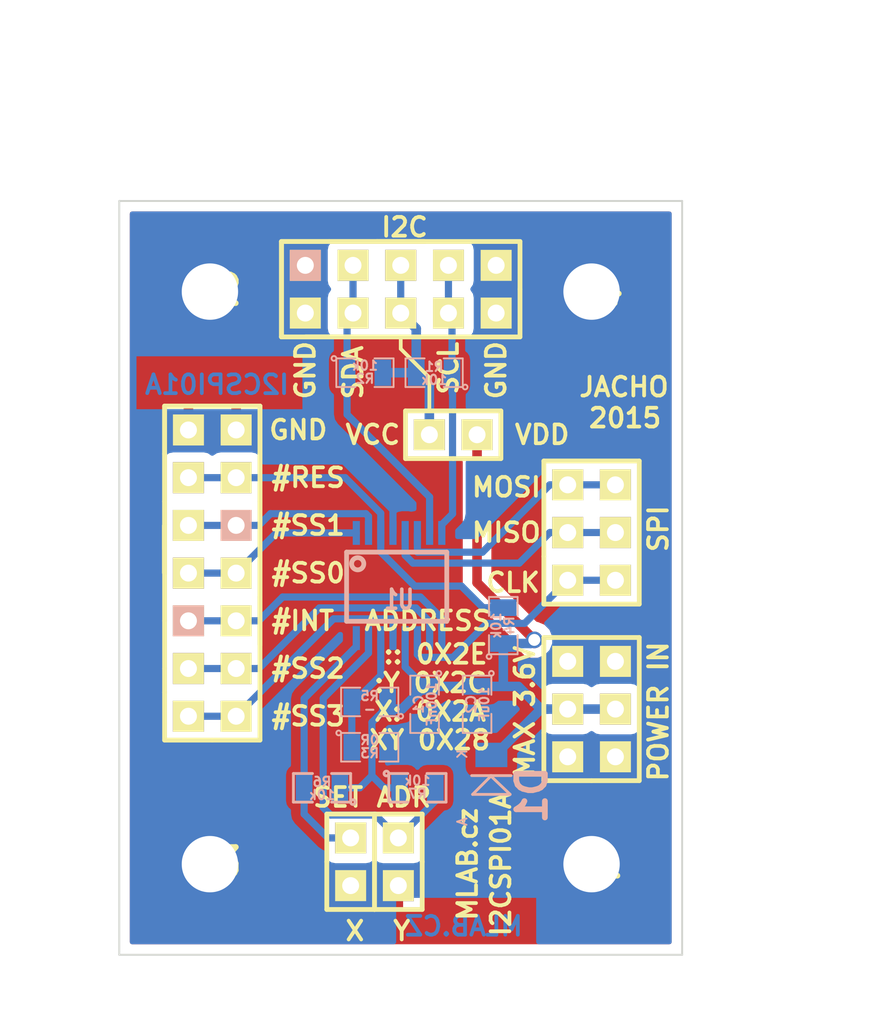
<source format=kicad_pcb>
(kicad_pcb (version 4) (host pcbnew 0.201503110816+5502~22~ubuntu14.04.1-product)

  (general
    (links 65)
    (no_connects 0)
    (area -6.096 -51.0508 52.952172 3.429001)
    (thickness 1.6)
    (drawings 45)
    (tracks 136)
    (zones 0)
    (modules 22)
    (nets 18)
  )

  (page A4)
  (layers
    (0 F.Cu signal)
    (31 B.Cu signal)
    (32 B.Adhes user)
    (33 F.Adhes user)
    (34 B.Paste user)
    (35 F.Paste user)
    (36 B.SilkS user)
    (37 F.SilkS user)
    (38 B.Mask user)
    (39 F.Mask user)
    (40 Dwgs.User user)
    (41 Cmts.User user)
    (42 Eco1.User user)
    (43 Eco2.User user)
    (44 Edge.Cuts user)
    (45 Margin user)
    (46 B.CrtYd user)
    (47 F.CrtYd user)
    (48 B.Fab user)
    (49 F.Fab user)
  )

  (setup
    (last_trace_width 0.381)
    (user_trace_width 0.254)
    (user_trace_width 0.381)
    (user_trace_width 0.4)
    (user_trace_width 0.508)
    (user_trace_width 0.6)
    (user_trace_width 0.7)
    (trace_clearance 0.2)
    (zone_clearance 0.508)
    (zone_45_only no)
    (trace_min 0.254)
    (segment_width 0.2)
    (edge_width 0.1)
    (via_size 0.889)
    (via_drill 0.635)
    (via_min_size 0.889)
    (via_min_drill 0.508)
    (uvia_size 0.508)
    (uvia_drill 0.127)
    (uvias_allowed no)
    (uvia_min_size 0.508)
    (uvia_min_drill 0.127)
    (pcb_text_width 0.3)
    (pcb_text_size 1.5 1.5)
    (mod_edge_width 0.15)
    (mod_text_size 1 1)
    (mod_text_width 0.15)
    (pad_size 6 6)
    (pad_drill 3)
    (pad_to_mask_clearance 0)
    (aux_axis_origin 111.125 136.525)
    (visible_elements 7FFCFF7F)
    (pcbplotparams
      (layerselection 0x010e0_80000001)
      (usegerberextensions false)
      (excludeedgelayer true)
      (linewidth 0.100000)
      (plotframeref false)
      (viasonmask false)
      (mode 1)
      (useauxorigin false)
      (hpglpennumber 1)
      (hpglpenspeed 20)
      (hpglpendiameter 15)
      (hpglpenoverlay 2)
      (psnegative false)
      (psa4output false)
      (plotreference true)
      (plotvalue true)
      (plotinvisibletext false)
      (padsonsilk false)
      (subtractmaskfromsilk false)
      (outputformat 1)
      (mirror false)
      (drillshape 0)
      (scaleselection 1)
      (outputdirectory ../CAM_PROFI/))
  )

  (net 0 "")
  (net 1 VDD)
  (net 2 GND)
  (net 3 /MISO)
  (net 4 /MOSI)
  (net 5 /SPICLK)
  (net 6 "Net-(J2-Pad3)")
  (net 7 /#SS3)
  (net 8 /#SS0)
  (net 9 /#INT)
  (net 10 /#SS1)
  (net 11 /#SS2)
  (net 12 /#RES)
  (net 13 /A1)
  (net 14 /A2)
  (net 15 /A0)
  (net 16 /SCL)
  (net 17 /SDA)

  (net_class Default "Toto je výchozí třída sítě."
    (clearance 0.2)
    (trace_width 0.381)
    (via_dia 0.889)
    (via_drill 0.635)
    (uvia_dia 0.508)
    (uvia_drill 0.127)
    (add_net /#INT)
    (add_net /#RES)
    (add_net /#SS0)
    (add_net /#SS1)
    (add_net /#SS2)
    (add_net /#SS3)
    (add_net /A0)
    (add_net /A1)
    (add_net /A2)
    (add_net /MISO)
    (add_net /MOSI)
    (add_net /SCL)
    (add_net /SDA)
    (add_net /SPICLK)
    (add_net GND)
    (add_net "Net-(J2-Pad3)")
  )

  (net_class vdd ""
    (clearance 0.2)
    (trace_width 0.508)
    (via_dia 0.889)
    (via_drill 0.635)
    (uvia_dia 0.508)
    (uvia_drill 0.127)
    (add_net VDD)
  )

  (module Pin_Header_Straight_1x03:Pin_Header_Straight_2x03 placed (layer F.Cu) (tedit 54730F6C) (tstamp 5472EECF)
    (at 25.4 -22.733 90)
    (descr "1 pin")
    (tags "CONN DEV")
    (path /53F6FB02)
    (fp_text reference J1 (at 20.447 3.556 90) (layer F.SilkS) hide
      (effects (font (size 1.27 1.27) (thickness 0.2032)))
    )
    (fp_text value JUMP_3X2 (at 26.924 -6.35 90) (layer F.SilkS) hide
      (effects (font (size 1.27 1.27) (thickness 0.2032)))
    )
    (fp_line (start -3.81 2.54) (end 3.81 2.54) (layer F.SilkS) (width 0.254))
    (fp_line (start 3.81 2.54) (end 3.81 -2.54) (layer F.SilkS) (width 0.254))
    (fp_line (start 3.81 -2.54) (end -1.27 -2.54) (layer F.SilkS) (width 0.254))
    (fp_line (start -3.81 2.54) (end -3.81 0) (layer F.SilkS) (width 0.254))
    (fp_line (start -3.81 -2.54) (end -3.81 0) (layer F.SilkS) (width 0.254))
    (fp_line (start -1.27 -2.54) (end -3.81 -2.54) (layer F.SilkS) (width 0.254))
    (pad 1 thru_hole rect (at -2.54 1.27 90) (size 1.651 1.651) (drill 0.9) (layers *.Cu *.Mask F.SilkS)
      (net 5 /SPICLK))
    (pad 2 thru_hole rect (at 0 1.27 90) (size 1.651 1.651) (drill 0.9) (layers *.Cu *.Mask F.SilkS)
      (net 3 /MISO))
    (pad 3 thru_hole rect (at 2.54 1.27 90) (size 1.651 1.651) (drill 0.9) (layers *.Cu *.Mask F.SilkS)
      (net 4 /MOSI))
    (pad 4 thru_hole rect (at 2.54 -1.27 90) (size 1.651 1.651) (drill 0.9) (layers *.Cu *.Mask F.SilkS)
      (net 4 /MOSI))
    (pad 5 thru_hole rect (at 0 -1.27 90) (size 1.651 1.651) (drill 0.9) (layers *.Cu *.Mask F.SilkS)
      (net 3 /MISO))
    (pad 6 thru_hole rect (at -2.54 -1.27 90) (size 1.651 1.651) (drill 0.9) (layers *.Cu *.Mask F.SilkS)
      (net 5 /SPICLK))
    (model Pin_Headers/Pin_Header_Straight_2x03.wrl
      (at (xyz 0 0 0))
      (scale (xyz 1 1 1))
      (rotate (xyz 0 0 0))
    )
  )

  (module SMD_Packages:SMD-0805 (layer B.Cu) (tedit 53FC49F2) (tstamp 545E7187)
    (at 17.018 -31.242 180)
    (path /53F431F1)
    (attr smd)
    (fp_text reference R1 (at 0 0.3175 180) (layer B.SilkS)
      (effects (font (size 0.50038 0.50038) (thickness 0.10922)) (justify mirror))
    )
    (fp_text value 10k (at 0 -0.381 180) (layer B.SilkS)
      (effects (font (size 0.50038 0.50038) (thickness 0.10922)) (justify mirror))
    )
    (fp_circle (center -1.651 -0.762) (end -1.651 -0.635) (layer B.SilkS) (width 0.09906))
    (fp_line (start -0.508 -0.762) (end -1.524 -0.762) (layer B.SilkS) (width 0.09906))
    (fp_line (start -1.524 -0.762) (end -1.524 0.762) (layer B.SilkS) (width 0.09906))
    (fp_line (start -1.524 0.762) (end -0.508 0.762) (layer B.SilkS) (width 0.09906))
    (fp_line (start 0.508 0.762) (end 1.524 0.762) (layer B.SilkS) (width 0.09906))
    (fp_line (start 1.524 0.762) (end 1.524 -0.762) (layer B.SilkS) (width 0.09906))
    (fp_line (start 1.524 -0.762) (end 0.508 -0.762) (layer B.SilkS) (width 0.09906))
    (pad 1 smd rect (at -0.9525 0 180) (size 0.889 1.397) (layers B.Cu B.Paste B.Mask)
      (net 16 /SCL))
    (pad 2 smd rect (at 0.9525 0 180) (size 0.889 1.397) (layers B.Cu B.Paste B.Mask)
      (net 6 "Net-(J2-Pad3)"))
    (model smd/chip_cms.wrl
      (at (xyz 0 0 0))
      (scale (xyz 0.1 0.1 0.1))
      (rotate (xyz 0 0 0))
    )
  )

  (module SMD_Packages:SMD-0805 (layer B.Cu) (tedit 53FC49F2) (tstamp 54731A2B)
    (at 16.51 -13.589 270)
    (path /53F4A074)
    (attr smd)
    (fp_text reference C1 (at 0 0.3175 270) (layer B.SilkS)
      (effects (font (size 0.50038 0.50038) (thickness 0.10922)) (justify mirror))
    )
    (fp_text value 100nF (at 0 -0.381 270) (layer B.SilkS)
      (effects (font (size 0.50038 0.50038) (thickness 0.10922)) (justify mirror))
    )
    (fp_circle (center -1.651 -0.762) (end -1.651 -0.635) (layer B.SilkS) (width 0.09906))
    (fp_line (start -0.508 -0.762) (end -1.524 -0.762) (layer B.SilkS) (width 0.09906))
    (fp_line (start -1.524 -0.762) (end -1.524 0.762) (layer B.SilkS) (width 0.09906))
    (fp_line (start -1.524 0.762) (end -0.508 0.762) (layer B.SilkS) (width 0.09906))
    (fp_line (start 0.508 0.762) (end 1.524 0.762) (layer B.SilkS) (width 0.09906))
    (fp_line (start 1.524 0.762) (end 1.524 -0.762) (layer B.SilkS) (width 0.09906))
    (fp_line (start 1.524 -0.762) (end 0.508 -0.762) (layer B.SilkS) (width 0.09906))
    (pad 1 smd rect (at -0.9525 0 270) (size 0.889 1.397) (layers B.Cu B.Paste B.Mask)
      (net 1 VDD))
    (pad 2 smd rect (at 0.9525 0 270) (size 0.889 1.397) (layers B.Cu B.Paste B.Mask)
      (net 2 GND))
    (model smd/chip_cms.wrl
      (at (xyz 0 0 0))
      (scale (xyz 0.1 0.1 0.1))
      (rotate (xyz 0 0 0))
    )
  )

  (module SMD_Packages:SMD-0805 (layer B.Cu) (tedit 53FC49F2) (tstamp 5469B833)
    (at 19.304 -13.589 270)
    (path /53F4A083)
    (attr smd)
    (fp_text reference C2 (at 0 0.3175 270) (layer B.SilkS)
      (effects (font (size 0.50038 0.50038) (thickness 0.10922)) (justify mirror))
    )
    (fp_text value 10uF (at 0 -0.381 270) (layer B.SilkS)
      (effects (font (size 0.50038 0.50038) (thickness 0.10922)) (justify mirror))
    )
    (fp_circle (center -1.651 -0.762) (end -1.651 -0.635) (layer B.SilkS) (width 0.09906))
    (fp_line (start -0.508 -0.762) (end -1.524 -0.762) (layer B.SilkS) (width 0.09906))
    (fp_line (start -1.524 -0.762) (end -1.524 0.762) (layer B.SilkS) (width 0.09906))
    (fp_line (start -1.524 0.762) (end -0.508 0.762) (layer B.SilkS) (width 0.09906))
    (fp_line (start 0.508 0.762) (end 1.524 0.762) (layer B.SilkS) (width 0.09906))
    (fp_line (start 1.524 0.762) (end 1.524 -0.762) (layer B.SilkS) (width 0.09906))
    (fp_line (start 1.524 -0.762) (end 0.508 -0.762) (layer B.SilkS) (width 0.09906))
    (pad 1 smd rect (at -0.9525 0 270) (size 0.889 1.397) (layers B.Cu B.Paste B.Mask)
      (net 1 VDD))
    (pad 2 smd rect (at 0.9525 0 270) (size 0.889 1.397) (layers B.Cu B.Paste B.Mask)
      (net 2 GND))
    (model smd/chip_cms.wrl
      (at (xyz 0 0 0))
      (scale (xyz 0.1 0.1 0.1))
      (rotate (xyz 0 0 0))
    )
  )

  (module SMD_Packages:SMD-0805 (layer B.Cu) (tedit 53FC49F2) (tstamp 545E7195)
    (at 13.335 -31.242)
    (path /53F43200)
    (attr smd)
    (fp_text reference R2 (at 0 0.3175) (layer B.SilkS)
      (effects (font (size 0.50038 0.50038) (thickness 0.10922)) (justify mirror))
    )
    (fp_text value 10k (at 0 -0.381) (layer B.SilkS)
      (effects (font (size 0.50038 0.50038) (thickness 0.10922)) (justify mirror))
    )
    (fp_circle (center -1.651 -0.762) (end -1.651 -0.635) (layer B.SilkS) (width 0.09906))
    (fp_line (start -0.508 -0.762) (end -1.524 -0.762) (layer B.SilkS) (width 0.09906))
    (fp_line (start -1.524 -0.762) (end -1.524 0.762) (layer B.SilkS) (width 0.09906))
    (fp_line (start -1.524 0.762) (end -0.508 0.762) (layer B.SilkS) (width 0.09906))
    (fp_line (start 0.508 0.762) (end 1.524 0.762) (layer B.SilkS) (width 0.09906))
    (fp_line (start 1.524 0.762) (end 1.524 -0.762) (layer B.SilkS) (width 0.09906))
    (fp_line (start 1.524 -0.762) (end 0.508 -0.762) (layer B.SilkS) (width 0.09906))
    (pad 1 smd rect (at -0.9525 0) (size 0.889 1.397) (layers B.Cu B.Paste B.Mask)
      (net 17 /SDA))
    (pad 2 smd rect (at 0.9525 0) (size 0.889 1.397) (layers B.Cu B.Paste B.Mask)
      (net 6 "Net-(J2-Pad3)"))
    (model smd/chip_cms.wrl
      (at (xyz 0 0 0))
      (scale (xyz 0.1 0.1 0.1))
      (rotate (xyz 0 0 0))
    )
  )

  (module SMD_Packages:SMD-0805 (layer B.Cu) (tedit 53FC49F2) (tstamp 53FC4A89)
    (at 13.589 -11.303)
    (path /53F45480)
    (attr smd)
    (fp_text reference R3 (at 0 0.3175) (layer B.SilkS)
      (effects (font (size 0.50038 0.50038) (thickness 0.10922)) (justify mirror))
    )
    (fp_text value 0R (at 0 -0.381) (layer B.SilkS)
      (effects (font (size 0.50038 0.50038) (thickness 0.10922)) (justify mirror))
    )
    (fp_circle (center -1.651 -0.762) (end -1.651 -0.635) (layer B.SilkS) (width 0.09906))
    (fp_line (start -0.508 -0.762) (end -1.524 -0.762) (layer B.SilkS) (width 0.09906))
    (fp_line (start -1.524 -0.762) (end -1.524 0.762) (layer B.SilkS) (width 0.09906))
    (fp_line (start -1.524 0.762) (end -0.508 0.762) (layer B.SilkS) (width 0.09906))
    (fp_line (start 0.508 0.762) (end 1.524 0.762) (layer B.SilkS) (width 0.09906))
    (fp_line (start 1.524 0.762) (end 1.524 -0.762) (layer B.SilkS) (width 0.09906))
    (fp_line (start 1.524 -0.762) (end 0.508 -0.762) (layer B.SilkS) (width 0.09906))
    (pad 1 smd rect (at -0.9525 0) (size 0.889 1.397) (layers B.Cu B.Paste B.Mask)
      (net 15 /A0))
    (pad 2 smd rect (at 0.9525 0) (size 0.889 1.397) (layers B.Cu B.Paste B.Mask)
      (net 2 GND))
    (model smd/chip_cms.wrl
      (at (xyz 0 0 0))
      (scale (xyz 0.1 0.1 0.1))
      (rotate (xyz 0 0 0))
    )
  )

  (module SMD_Packages:SMD-0805 (layer B.Cu) (tedit 53FC49F2) (tstamp 5467C6EB)
    (at 20.701 -17.78 90)
    (path /53F583DD)
    (attr smd)
    (fp_text reference R4 (at 0 0.3175 90) (layer B.SilkS)
      (effects (font (size 0.50038 0.50038) (thickness 0.10922)) (justify mirror))
    )
    (fp_text value 10k (at 0 -0.381 90) (layer B.SilkS)
      (effects (font (size 0.50038 0.50038) (thickness 0.10922)) (justify mirror))
    )
    (fp_circle (center -1.651 -0.762) (end -1.651 -0.635) (layer B.SilkS) (width 0.09906))
    (fp_line (start -0.508 -0.762) (end -1.524 -0.762) (layer B.SilkS) (width 0.09906))
    (fp_line (start -1.524 -0.762) (end -1.524 0.762) (layer B.SilkS) (width 0.09906))
    (fp_line (start -1.524 0.762) (end -0.508 0.762) (layer B.SilkS) (width 0.09906))
    (fp_line (start 0.508 0.762) (end 1.524 0.762) (layer B.SilkS) (width 0.09906))
    (fp_line (start 1.524 0.762) (end 1.524 -0.762) (layer B.SilkS) (width 0.09906))
    (fp_line (start 1.524 -0.762) (end 0.508 -0.762) (layer B.SilkS) (width 0.09906))
    (pad 1 smd rect (at -0.9525 0 90) (size 0.889 1.397) (layers B.Cu B.Paste B.Mask)
      (net 1 VDD))
    (pad 2 smd rect (at 0.9525 0 90) (size 0.889 1.397) (layers B.Cu B.Paste B.Mask)
      (net 12 /#RES))
    (model smd/chip_cms.wrl
      (at (xyz 0 0 0))
      (scale (xyz 0.1 0.1 0.1))
      (rotate (xyz 0 0 0))
    )
  )

  (module SMD_Packages:SMD-0805 (layer B.Cu) (tedit 53FC49F2) (tstamp 5473393B)
    (at 13.589 -13.716 180)
    (path /53F45462)
    (attr smd)
    (fp_text reference R5 (at 0 0.3175 180) (layer B.SilkS)
      (effects (font (size 0.50038 0.50038) (thickness 0.10922)) (justify mirror))
    )
    (fp_text value - (at 0 -0.381 180) (layer B.SilkS)
      (effects (font (size 0.50038 0.50038) (thickness 0.10922)) (justify mirror))
    )
    (fp_circle (center -1.651 -0.762) (end -1.651 -0.635) (layer B.SilkS) (width 0.09906))
    (fp_line (start -0.508 -0.762) (end -1.524 -0.762) (layer B.SilkS) (width 0.09906))
    (fp_line (start -1.524 -0.762) (end -1.524 0.762) (layer B.SilkS) (width 0.09906))
    (fp_line (start -1.524 0.762) (end -0.508 0.762) (layer B.SilkS) (width 0.09906))
    (fp_line (start 0.508 0.762) (end 1.524 0.762) (layer B.SilkS) (width 0.09906))
    (fp_line (start 1.524 0.762) (end 1.524 -0.762) (layer B.SilkS) (width 0.09906))
    (fp_line (start 1.524 -0.762) (end 0.508 -0.762) (layer B.SilkS) (width 0.09906))
    (pad 1 smd rect (at -0.9525 0 180) (size 0.889 1.397) (layers B.Cu B.Paste B.Mask)
      (net 1 VDD))
    (pad 2 smd rect (at 0.9525 0 180) (size 0.889 1.397) (layers B.Cu B.Paste B.Mask)
      (net 15 /A0))
    (model smd/chip_cms.wrl
      (at (xyz 0 0 0))
      (scale (xyz 0.1 0.1 0.1))
      (rotate (xyz 0 0 0))
    )
  )

  (module SMD_Packages:TSSOP-16 (layer B.Cu) (tedit 54745064) (tstamp 545E716B)
    (at 15.1511 -19.9136)
    (path /54731699)
    (attr smd)
    (fp_text reference U1 (at 0 0.7493) (layer B.SilkS)
      (effects (font (size 1.016 0.762) (thickness 0.1905)) (justify mirror))
    )
    (fp_text value SC18IS602B (at 30.6959 -21.3614) (layer B.SilkS) hide
      (effects (font (size 0.762 0.762) (thickness 0.1905)) (justify mirror))
    )
    (fp_line (start -2.794 1.905) (end 2.54 1.905) (layer B.SilkS) (width 0.254))
    (fp_line (start 2.54 1.905) (end 2.54 -1.778) (layer B.SilkS) (width 0.254))
    (fp_line (start 2.54 -1.778) (end -2.794 -1.778) (layer B.SilkS) (width 0.254))
    (fp_line (start -2.794 -1.778) (end -2.794 1.905) (layer B.SilkS) (width 0.254))
    (fp_circle (center -2.20218 -1.15824) (end -2.40538 -1.41224) (layer B.SilkS) (width 0.254))
    (pad 1 smd rect (at -2.27584 -2.79908) (size 0.381 1.27) (layers B.Cu B.Paste B.Mask)
      (net 8 /#SS0))
    (pad 2 smd rect (at -1.6256 -2.79908) (size 0.381 1.27) (layers B.Cu B.Paste B.Mask)
      (net 10 /#SS1))
    (pad 3 smd rect (at -0.97536 -2.79908) (size 0.381 1.27) (layers B.Cu B.Paste B.Mask)
      (net 12 /#RES))
    (pad 4 smd rect (at -0.32512 -2.79908) (size 0.381 1.27) (layers B.Cu B.Paste B.Mask)
      (net 2 GND))
    (pad 5 smd rect (at 0.32512 -2.79908) (size 0.381 1.27) (layers B.Cu B.Paste B.Mask)
      (net 3 /MISO))
    (pad 6 smd rect (at 0.97536 -2.79908) (size 0.381 1.27) (layers B.Cu B.Paste B.Mask)
      (net 4 /MOSI))
    (pad 7 smd rect (at 1.6256 -2.79908) (size 0.381 1.27) (layers B.Cu B.Paste B.Mask)
      (net 17 /SDA))
    (pad 8 smd rect (at 2.27584 -2.79908) (size 0.381 1.27) (layers B.Cu B.Paste B.Mask)
      (net 16 /SCL))
    (pad 9 smd rect (at 2.27584 2.79908) (size 0.381 1.27) (layers B.Cu B.Paste B.Mask)
      (net 9 /#INT))
    (pad 10 smd rect (at 1.6256 2.79908) (size 0.381 1.27) (layers B.Cu B.Paste B.Mask)
      (net 11 /#SS2))
    (pad 11 smd rect (at 0.97536 2.79908) (size 0.381 1.27) (layers B.Cu B.Paste B.Mask)
      (net 5 /SPICLK))
    (pad 12 smd rect (at 0.32512 2.79908) (size 0.381 1.27) (layers B.Cu B.Paste B.Mask)
      (net 1 VDD))
    (pad 13 smd rect (at -0.32512 2.79908) (size 0.381 1.27) (layers B.Cu B.Paste B.Mask)
      (net 7 /#SS3))
    (pad 14 smd rect (at -0.97536 2.79908) (size 0.381 1.27) (layers B.Cu B.Paste B.Mask)
      (net 15 /A0))
    (pad 15 smd rect (at -1.6256 2.79908) (size 0.381 1.27) (layers B.Cu B.Paste B.Mask)
      (net 13 /A1))
    (pad 16 smd rect (at -2.27584 2.79908) (size 0.381 1.27) (layers B.Cu B.Paste B.Mask)
      (net 14 /A2))
    (model smd\smd_dil\tssop-16.wrl
      (at (xyz 0 0 0))
      (scale (xyz 1 1 1))
      (rotate (xyz 0 0 0))
    )
  )

  (module Hrebinky:Pin_Header_Straight_2x03 placed (layer F.Cu) (tedit 54745060) (tstamp 5472F705)
    (at 25.4 -13.335 90)
    (descr "1 pin")
    (tags "CONN DEV")
    (path /53F5BF15)
    (fp_text reference J4 (at -1.27 23.622 90) (layer F.SilkS) hide
      (effects (font (size 1.27 1.27) (thickness 0.2032)))
    )
    (fp_text value JUMP_3X2 (at 0 0 90) (layer F.SilkS) hide
      (effects (font (size 1.27 1.27) (thickness 0.2032)))
    )
    (fp_line (start -3.81 2.54) (end 3.81 2.54) (layer F.SilkS) (width 0.254))
    (fp_line (start 3.81 2.54) (end 3.81 -2.54) (layer F.SilkS) (width 0.254))
    (fp_line (start 3.81 -2.54) (end -1.27 -2.54) (layer F.SilkS) (width 0.254))
    (fp_line (start -3.81 2.54) (end -3.81 0) (layer F.SilkS) (width 0.254))
    (fp_line (start -3.81 -2.54) (end -3.81 0) (layer F.SilkS) (width 0.254))
    (fp_line (start -1.27 -2.54) (end -3.81 -2.54) (layer F.SilkS) (width 0.254))
    (pad 1 thru_hole rect (at -2.54 1.27 90) (size 1.651 1.651) (drill 0.9) (layers *.Cu *.Mask F.SilkS)
      (net 2 GND))
    (pad 2 thru_hole rect (at 0 1.27 90) (size 1.651 1.651) (drill 0.9) (layers *.Cu *.Mask F.SilkS)
      (net 1 VDD))
    (pad 3 thru_hole rect (at 2.54 1.27 90) (size 1.651 1.651) (drill 0.9) (layers *.Cu *.Mask F.SilkS)
      (net 2 GND))
    (pad 4 thru_hole rect (at 2.54 -1.27 90) (size 1.651 1.651) (drill 0.9) (layers *.Cu *.Mask F.SilkS)
      (net 2 GND))
    (pad 5 thru_hole rect (at 0 -1.27 90) (size 1.651 1.651) (drill 0.9) (layers *.Cu *.Mask F.SilkS)
      (net 1 VDD))
    (pad 6 thru_hole rect (at -2.54 -1.27 90) (size 1.651 1.651) (drill 0.9) (layers *.Cu *.Mask F.SilkS)
      (net 2 GND))
    (model Pin_Headers/Pin_Header_Straight_2x03.wrl
      (at (xyz 0 0 0))
      (scale (xyz 1 1 1))
      (rotate (xyz 0 0 0))
    )
  )

  (module Hrebinky:Pin_Header_Straight_2x07 placed (layer F.Cu) (tedit 5474505B) (tstamp 5472F867)
    (at 5.207 -20.574 90)
    (descr "1 pin")
    (tags "CONN DEV")
    (path /53F4AC0B)
    (fp_text reference J3 (at -9.144 41.402 90) (layer F.SilkS) hide
      (effects (font (size 1.27 1.27) (thickness 0.2032)))
    )
    (fp_text value JUMP_7X2 (at 5.08 0 90) (layer F.SilkS) hide
      (effects (font (size 1.27 1.27) (thickness 0.2032)))
    )
    (fp_line (start 8.89 2.54) (end 8.89 -2.54) (layer F.SilkS) (width 0.254))
    (fp_line (start 6.35 -2.54) (end 8.89 -2.54) (layer F.SilkS) (width 0.254))
    (fp_line (start 6.35 2.54) (end 8.89 2.54) (layer F.SilkS) (width 0.254))
    (fp_line (start 6.35 2.54) (end 8.89 2.54) (layer F.SilkS) (width 0.254))
    (fp_line (start 6.35 -2.54) (end 8.89 -2.54) (layer F.SilkS) (width 0.254))
    (fp_line (start 8.89 2.54) (end 8.89 -2.54) (layer F.SilkS) (width 0.254))
    (fp_line (start 3.81 -2.54) (end 6.35 -2.54) (layer F.SilkS) (width 0.254))
    (fp_line (start 3.81 2.54) (end 6.35 2.54) (layer F.SilkS) (width 0.254))
    (fp_line (start 3.81 2.54) (end 6.35 2.54) (layer F.SilkS) (width 0.254))
    (fp_line (start 3.81 -2.54) (end 6.35 -2.54) (layer F.SilkS) (width 0.254))
    (fp_line (start -6.35 -2.54) (end -5.08 -2.54) (layer F.SilkS) (width 0.254))
    (fp_line (start -8.89 -2.54) (end -6.35 -2.54) (layer F.SilkS) (width 0.254))
    (fp_line (start 1.27 -2.54) (end 3.81 -2.54) (layer F.SilkS) (width 0.254))
    (fp_line (start 1.27 2.54) (end 3.81 2.54) (layer F.SilkS) (width 0.254))
    (fp_line (start 1.27 2.54) (end 3.81 2.54) (layer F.SilkS) (width 0.254))
    (fp_line (start 1.27 -2.54) (end 3.81 -2.54) (layer F.SilkS) (width 0.254))
    (fp_line (start 0 -2.54) (end 2.54 -2.54) (layer F.SilkS) (width 0.254))
    (fp_line (start -3.81 2.54) (end -1.27 2.54) (layer F.SilkS) (width 0.254))
    (fp_line (start -3.81 2.54) (end -1.27 2.54) (layer F.SilkS) (width 0.254))
    (fp_line (start 0 -2.54) (end 2.54 -2.54) (layer F.SilkS) (width 0.254))
    (fp_line (start 0 -2.54) (end 2.54 -2.54) (layer F.SilkS) (width 0.254))
    (fp_line (start -1.27 2.54) (end 1.27 2.54) (layer F.SilkS) (width 0.254))
    (fp_line (start -1.27 2.54) (end 1.27 2.54) (layer F.SilkS) (width 0.254))
    (fp_line (start 0 -2.54) (end 2.54 -2.54) (layer F.SilkS) (width 0.254))
    (fp_line (start -8.89 2.54) (end -1.27 2.54) (layer F.SilkS) (width 0.254))
    (fp_line (start 2.54 -2.54) (end -2.54 -2.54) (layer F.SilkS) (width 0.254))
    (fp_line (start -8.89 2.54) (end -8.89 0) (layer F.SilkS) (width 0.254))
    (fp_line (start -8.89 -2.54) (end -8.89 0) (layer F.SilkS) (width 0.254))
    (fp_line (start -2.54 -2.54) (end -5.08 -2.54) (layer F.SilkS) (width 0.254))
    (pad 7 thru_hole rect (at 7.62 1.27 90) (size 1.651 1.651) (drill 0.9) (layers *.Cu *.Mask F.SilkS)
      (net 2 GND))
    (pad 14 thru_hole rect (at -7.62 -1.27 90) (size 1.651 1.651) (drill 0.9) (layers *.Cu *.Mask F.SilkS)
      (net 7 /#SS3))
    (pad 6 thru_hole rect (at 5.08 1.27 90) (size 1.651 1.651) (drill 0.9) (layers *.Cu *.Mask F.SilkS)
      (net 12 /#RES))
    (pad 12 thru_hole rect (at -2.54 -1.27 90) (size 1.651 1.651) (drill 0.9) (layers *.Cu *.SilkS *.Mask)
      (net 9 /#INT))
    (pad 9 thru_hole rect (at 5.08 -1.27 90) (size 1.651 1.651) (drill 0.9) (layers *.Cu *.Mask F.SilkS)
      (net 12 /#RES))
    (pad 5 thru_hole rect (at 2.54 1.27 90) (size 1.651 1.651) (drill 0.9) (layers *.Cu *.SilkS *.Mask)
      (net 10 /#SS1))
    (pad 3 thru_hole rect (at -2.54 1.27 90) (size 1.651 1.651) (drill 0.9) (layers *.Cu *.Mask F.SilkS)
      (net 9 /#INT))
    (pad 11 thru_hole rect (at 0 -1.27 90) (size 1.651 1.651) (drill 0.9) (layers *.Cu *.Mask F.SilkS)
      (net 8 /#SS0))
    (pad 1 thru_hole rect (at -7.62 1.27 90) (size 1.651 1.651) (drill 0.9) (layers *.Cu *.Mask F.SilkS)
      (net 7 /#SS3))
    (pad 2 thru_hole rect (at -5.08 1.27 90) (size 1.651 1.651) (drill 0.9) (layers *.Cu *.Mask F.SilkS)
      (net 11 /#SS2))
    (pad 4 thru_hole rect (at 0 1.27 90) (size 1.651 1.651) (drill 0.9) (layers *.Cu *.Mask F.SilkS)
      (net 8 /#SS0))
    (pad 10 thru_hole rect (at 2.54 -1.27 90) (size 1.651 1.651) (drill 0.9) (layers *.Cu *.Mask F.SilkS)
      (net 10 /#SS1))
    (pad 13 thru_hole rect (at -5.08 -1.27 90) (size 1.651 1.651) (drill 0.9) (layers *.Cu *.Mask F.SilkS)
      (net 11 /#SS2))
    (pad 8 thru_hole rect (at 7.62 -1.27 90) (size 1.651 1.651) (drill 0.9) (layers *.Cu *.Mask F.SilkS)
      (net 2 GND))
    (model Pin_Headers/Pin_Header_Straight_2x07.wrl
      (at (xyz 0 0 0))
      (scale (xyz 1 1 1))
      (rotate (xyz 0 0 0))
    )
  )

  (module Hrebinky:Pin_Header_Straight_2x05 placed (layer F.Cu) (tedit 5474505D) (tstamp 5472FA3D)
    (at 15.24 -35.687 180)
    (descr "1 pin")
    (tags "CONN DEV")
    (path /53F4A312)
    (fp_text reference J2 (at -36.322 -18.415 180) (layer F.SilkS) hide
      (effects (font (size 1.27 1.27) (thickness 0.2032)))
    )
    (fp_text value JUMP_5X2 (at 1.27 0 180) (layer F.SilkS) hide
      (effects (font (size 1.27 1.27) (thickness 0.2032)))
    )
    (fp_line (start -3.81 -2.54) (end -2.54 -2.54) (layer F.SilkS) (width 0.254))
    (fp_line (start -6.35 -2.54) (end -3.81 -2.54) (layer F.SilkS) (width 0.254))
    (fp_line (start 6.35 2.54) (end 6.35 -2.54) (layer F.SilkS) (width 0.254))
    (fp_line (start 3.81 -2.54) (end 6.35 -2.54) (layer F.SilkS) (width 0.254))
    (fp_line (start 3.81 2.54) (end 6.35 2.54) (layer F.SilkS) (width 0.254))
    (fp_line (start 3.81 2.54) (end 6.35 2.54) (layer F.SilkS) (width 0.254))
    (fp_line (start 3.81 -2.54) (end 6.35 -2.54) (layer F.SilkS) (width 0.254))
    (fp_line (start 6.35 2.54) (end 6.35 -2.54) (layer F.SilkS) (width 0.254))
    (fp_line (start 2.54 -2.54) (end 5.08 -2.54) (layer F.SilkS) (width 0.254))
    (fp_line (start -1.27 2.54) (end 1.27 2.54) (layer F.SilkS) (width 0.254))
    (fp_line (start -1.27 2.54) (end 1.27 2.54) (layer F.SilkS) (width 0.254))
    (fp_line (start 2.54 -2.54) (end 5.08 -2.54) (layer F.SilkS) (width 0.254))
    (fp_line (start 2.54 -2.54) (end 5.08 -2.54) (layer F.SilkS) (width 0.254))
    (fp_line (start 1.27 2.54) (end 3.81 2.54) (layer F.SilkS) (width 0.254))
    (fp_line (start 1.27 2.54) (end 3.81 2.54) (layer F.SilkS) (width 0.254))
    (fp_line (start 2.54 -2.54) (end 5.08 -2.54) (layer F.SilkS) (width 0.254))
    (fp_line (start -6.35 2.54) (end 1.27 2.54) (layer F.SilkS) (width 0.254))
    (fp_line (start 5.08 -2.54) (end 0 -2.54) (layer F.SilkS) (width 0.254))
    (fp_line (start -6.35 2.54) (end -6.35 0) (layer F.SilkS) (width 0.254))
    (fp_line (start -6.35 -2.54) (end -6.35 0) (layer F.SilkS) (width 0.254))
    (fp_line (start 0 -2.54) (end -2.54 -2.54) (layer F.SilkS) (width 0.254))
    (pad 9 thru_hole rect (at -2.54 -1.27 180) (size 1.651 1.651) (drill 0.9) (layers *.Cu *.Mask F.SilkS)
      (net 16 /SCL))
    (pad 5 thru_hole rect (at 5.08 1.27 180) (size 1.651 1.651) (drill 0.9) (layers *.Cu *.SilkS *.Mask)
      (net 2 GND))
    (pad 3 thru_hole rect (at 0 1.27 180) (size 1.651 1.651) (drill 0.9) (layers *.Cu *.Mask F.SilkS)
      (net 6 "Net-(J2-Pad3)"))
    (pad 6 thru_hole rect (at 5.08 -1.27 180) (size 1.651 1.651) (drill 0.9) (layers *.Cu *.Mask F.SilkS)
      (net 2 GND))
    (pad 1 thru_hole rect (at -5.08 1.27 180) (size 1.651 1.651) (drill 0.9) (layers *.Cu *.Mask F.SilkS)
      (net 2 GND))
    (pad 2 thru_hole rect (at -2.54 1.27 180) (size 1.651 1.651) (drill 0.9) (layers *.Cu *.Mask F.SilkS)
      (net 16 /SCL))
    (pad 4 thru_hole rect (at 2.54 1.27 180) (size 1.651 1.651) (drill 0.9) (layers *.Cu *.Mask F.SilkS)
      (net 17 /SDA))
    (pad 10 thru_hole rect (at -5.08 -1.27 180) (size 1.651 1.651) (drill 0.9) (layers *.Cu *.Mask F.SilkS)
      (net 2 GND))
    (pad 7 thru_hole rect (at 2.54 -1.27 180) (size 1.651 1.651) (drill 0.9) (layers *.Cu *.Mask F.SilkS)
      (net 17 /SDA))
    (pad 8 thru_hole rect (at 0 -1.27 180) (size 1.651 1.651) (drill 0.9) (layers *.Cu *.Mask F.SilkS)
      (net 6 "Net-(J2-Pad3)"))
    (model Pin_Headers/Pin_Header_Straight_2x03.wrl
      (at (xyz 0 0 0))
      (scale (xyz 1 1 1))
      (rotate (xyz 0 0 0))
    )
    (model Pin_Headers/Pin_Header_Straight_2x05.wrl
      (at (xyz 0 0 0))
      (scale (xyz 1 1 1))
      (rotate (xyz 0 0 0))
    )
  )

  (module Dira:MountingHole_3mm placed (layer F.Cu) (tedit 54345FDC) (tstamp 5473184D)
    (at 25.4 -5.08)
    (descr "Mounting hole, Befestigungsbohrung, 3mm, No Annular, Kein Restring,")
    (tags "Mounting hole, Befestigungsbohrung, 3mm, No Annular, Kein Restring,")
    (path /547306AA)
    (fp_text reference P1 (at 0.1778 -0.0762) (layer F.SilkS)
      (effects (font (thickness 0.3048)))
    )
    (fp_text value _ (at 1.00076 5.00126) (layer F.SilkS) hide
      (effects (font (thickness 0.3048)))
    )
    (fp_circle (center 0 0) (end 2.99974 0) (layer Cmts.User) (width 0.381))
    (pad 1 thru_hole circle (at 0 0) (size 6 6) (drill 3) (layers *.Cu *.Adhes *.Mask)
      (net 2 GND) (clearance 1) (zone_connect 2))
  )

  (module Dira:MountingHole_3mm placed (layer F.Cu) (tedit 54345FDC) (tstamp 54731857)
    (at 5.08 -35.56)
    (descr "Mounting hole, Befestigungsbohrung, 3mm, No Annular, Kein Restring,")
    (tags "Mounting hole, Befestigungsbohrung, 3mm, No Annular, Kein Restring,")
    (path /547307A1)
    (fp_text reference P2 (at 0.1778 -0.0762) (layer F.SilkS)
      (effects (font (thickness 0.3048)))
    )
    (fp_text value _ (at 1.00076 5.00126) (layer F.SilkS) hide
      (effects (font (thickness 0.3048)))
    )
    (fp_circle (center 0 0) (end 2.99974 0) (layer Cmts.User) (width 0.381))
    (pad 1 thru_hole circle (at 0 0) (size 6 6) (drill 3) (layers *.Cu *.Adhes *.Mask)
      (net 2 GND) (clearance 1) (zone_connect 2))
  )

  (module Dira:MountingHole_3mm placed (layer F.Cu) (tedit 54345FDC) (tstamp 5473185D)
    (at 5.08 -5.08)
    (descr "Mounting hole, Befestigungsbohrung, 3mm, No Annular, Kein Restring,")
    (tags "Mounting hole, Befestigungsbohrung, 3mm, No Annular, Kein Restring,")
    (path /547307DC)
    (fp_text reference P3 (at 0.1778 -0.0762) (layer F.SilkS)
      (effects (font (thickness 0.3048)))
    )
    (fp_text value _ (at 1.00076 5.00126) (layer F.SilkS) hide
      (effects (font (thickness 0.3048)))
    )
    (fp_circle (center 0 0) (end 2.99974 0) (layer Cmts.User) (width 0.381))
    (pad 1 thru_hole circle (at 0 0) (size 6 6) (drill 3) (layers *.Cu *.Adhes *.Mask)
      (net 2 GND) (clearance 1) (zone_connect 2))
  )

  (module Dira:MountingHole_3mm placed (layer F.Cu) (tedit 54345FDC) (tstamp 54732E12)
    (at 25.4 -35.56)
    (descr "Mounting hole, Befestigungsbohrung, 3mm, No Annular, Kein Restring,")
    (tags "Mounting hole, Befestigungsbohrung, 3mm, No Annular, Kein Restring,")
    (path /5473081E)
    (fp_text reference P4 (at 0.1778 -0.0762) (layer F.SilkS)
      (effects (font (thickness 0.3048)))
    )
    (fp_text value _ (at 1.00076 5.00126) (layer F.SilkS) hide
      (effects (font (thickness 0.3048)))
    )
    (fp_circle (center 0 0) (end 2.99974 0) (layer Cmts.User) (width 0.381))
    (pad 1 thru_hole circle (at 0 0) (size 6 6) (drill 3) (layers *.Cu *.Adhes *.Mask)
      (net 2 GND) (clearance 1) (zone_connect 2))
  )

  (module Hrebinky:Pin_Header_Straight_1x02 (layer F.Cu) (tedit 5475E0F9) (tstamp 5474422C)
    (at 18.034 -28.067)
    (descr "1 pin")
    (tags "CONN DEV")
    (path /547353CF)
    (fp_text reference J5 (at 17.526 -0.254) (layer F.SilkS) hide
      (effects (font (size 1.27 1.27) (thickness 0.2032)))
    )
    (fp_text value CONN_2 (at 0 0) (layer F.SilkS) hide
      (effects (font (size 1.27 1.27) (thickness 0.2032)))
    )
    (fp_line (start -2.54 -1.143) (end 0 -1.143) (layer F.SilkS) (width 0.254))
    (fp_line (start 0 1.397) (end 2.54 1.397) (layer F.SilkS) (width 0.254))
    (fp_line (start 2.54 1.397) (end 2.54 -1.143) (layer F.SilkS) (width 0.254))
    (fp_line (start 0 -1.143) (end 2.54 -1.143) (layer F.SilkS) (width 0.254))
    (fp_line (start -2.54 -1.143) (end -2.54 1.397) (layer F.SilkS) (width 0.254))
    (fp_line (start -2.54 1.397) (end 0 1.397) (layer F.SilkS) (width 0.254))
    (pad 1 thru_hole rect (at -1.27 0.127) (size 1.651 1.651) (drill 0.9) (layers *.Cu *.Mask F.SilkS)
      (net 6 "Net-(J2-Pad3)"))
    (pad 2 thru_hole rect (at 1.27 0.127) (size 1.651 1.651) (drill 0.9) (layers *.Cu *.Mask F.SilkS)
      (net 1 VDD))
    (model Pin_Headers/Pin_Header_Straight_1x02.wrl
      (at (xyz 0 0 0))
      (scale (xyz 1 1 1))
      (rotate (xyz 0 0 0))
    )
  )

  (module Hrebinky:Pin_Header_Straight_1x02 (layer F.Cu) (tedit 5475FB9A) (tstamp 5475FA47)
    (at 12.7 -5.207 270)
    (descr "1 pin")
    (tags "CONN DEV")
    (path /5475F916)
    (fp_text reference J6 (at 0 -2.286 270) (layer F.SilkS) hide
      (effects (font (size 1.27 1.27) (thickness 0.2032)))
    )
    (fp_text value CONN_2 (at 0 0 270) (layer F.SilkS) hide
      (effects (font (size 1.27 1.27) (thickness 0.2032)))
    )
    (fp_line (start -2.54 -1.143) (end 0 -1.143) (layer F.SilkS) (width 0.254))
    (fp_line (start 0 1.397) (end 2.54 1.397) (layer F.SilkS) (width 0.254))
    (fp_line (start 2.54 1.397) (end 2.54 -1.143) (layer F.SilkS) (width 0.254))
    (fp_line (start 0 -1.143) (end 2.54 -1.143) (layer F.SilkS) (width 0.254))
    (fp_line (start -2.54 -1.143) (end -2.54 1.397) (layer F.SilkS) (width 0.254))
    (fp_line (start -2.54 1.397) (end 0 1.397) (layer F.SilkS) (width 0.254))
    (pad 1 thru_hole rect (at -1.27 0.127 270) (size 1.651 1.651) (drill 0.9) (layers *.Cu *.Mask F.SilkS)
      (net 14 /A2))
    (pad 2 thru_hole rect (at 1.27 0.127 270) (size 1.651 1.651) (drill 0.9) (layers *.Cu *.Mask F.SilkS)
      (net 2 GND))
    (model Pin_Headers/Pin_Header_Straight_1x02.wrl
      (at (xyz 0 0 0))
      (scale (xyz 1 1 1))
      (rotate (xyz 0 0 0))
    )
  )

  (module Hrebinky:Pin_Header_Straight_1x02 (layer F.Cu) (tedit 5475FB96) (tstamp 5475FA5D)
    (at 14.986 -5.207 90)
    (descr "1 pin")
    (tags "CONN DEV")
    (path /5475F949)
    (fp_text reference J7 (at 0 -2.286 90) (layer F.SilkS) hide
      (effects (font (size 1.27 1.27) (thickness 0.2032)))
    )
    (fp_text value CONN_2 (at 0 0 90) (layer F.SilkS) hide
      (effects (font (size 1.27 1.27) (thickness 0.2032)))
    )
    (fp_line (start -2.54 -1.143) (end 0 -1.143) (layer F.SilkS) (width 0.254))
    (fp_line (start 0 1.397) (end 2.54 1.397) (layer F.SilkS) (width 0.254))
    (fp_line (start 2.54 1.397) (end 2.54 -1.143) (layer F.SilkS) (width 0.254))
    (fp_line (start 0 -1.143) (end 2.54 -1.143) (layer F.SilkS) (width 0.254))
    (fp_line (start -2.54 -1.143) (end -2.54 1.397) (layer F.SilkS) (width 0.254))
    (fp_line (start -2.54 1.397) (end 0 1.397) (layer F.SilkS) (width 0.254))
    (pad 1 thru_hole rect (at -1.27 0.127 90) (size 1.651 1.651) (drill 0.9) (layers *.Cu *.Mask F.SilkS)
      (net 2 GND))
    (pad 2 thru_hole rect (at 1.27 0.127 90) (size 1.651 1.651) (drill 0.9) (layers *.Cu *.Mask F.SilkS)
      (net 13 /A1))
    (model Pin_Headers/Pin_Header_Straight_1x02.wrl
      (at (xyz 0 0 0))
      (scale (xyz 1 1 1))
      (rotate (xyz 0 0 0))
    )
  )

  (module SMD_Packages:SMD-0805 (layer B.Cu) (tedit 5475F96B) (tstamp 5475FA6A)
    (at 11.049 -9.144 180)
    (path /5475FC0E)
    (attr smd)
    (fp_text reference R6 (at 0 0.3175 180) (layer B.SilkS)
      (effects (font (size 0.50038 0.50038) (thickness 0.10922)) (justify mirror))
    )
    (fp_text value 10k (at 0 -0.381 180) (layer B.SilkS)
      (effects (font (size 0.50038 0.50038) (thickness 0.10922)) (justify mirror))
    )
    (fp_circle (center -1.651 -0.762) (end -1.651 -0.635) (layer B.SilkS) (width 0.15))
    (fp_line (start -0.508 -0.762) (end -1.524 -0.762) (layer B.SilkS) (width 0.15))
    (fp_line (start -1.524 -0.762) (end -1.524 0.762) (layer B.SilkS) (width 0.15))
    (fp_line (start -1.524 0.762) (end -0.508 0.762) (layer B.SilkS) (width 0.15))
    (fp_line (start 0.508 0.762) (end 1.524 0.762) (layer B.SilkS) (width 0.15))
    (fp_line (start 1.524 0.762) (end 1.524 -0.762) (layer B.SilkS) (width 0.15))
    (fp_line (start 1.524 -0.762) (end 0.508 -0.762) (layer B.SilkS) (width 0.15))
    (pad 1 smd rect (at -0.9525 0 180) (size 0.889 1.397) (layers B.Cu B.Paste B.Mask)
      (net 1 VDD))
    (pad 2 smd rect (at 0.9525 0 180) (size 0.889 1.397) (layers B.Cu B.Paste B.Mask)
      (net 14 /A2))
    (model smd/chip_cms.wrl
      (at (xyz 0 0 0))
      (scale (xyz 0.1 0.1 0.1))
      (rotate (xyz 0 0 0))
    )
  )

  (module SMD_Packages:SMD-0805 (layer B.Cu) (tedit 5475F96B) (tstamp 5475FA77)
    (at 16.129 -9.144)
    (path /5475FC90)
    (attr smd)
    (fp_text reference R7 (at 0 0.3175) (layer B.SilkS)
      (effects (font (size 0.50038 0.50038) (thickness 0.10922)) (justify mirror))
    )
    (fp_text value 10k (at 0 -0.381) (layer B.SilkS)
      (effects (font (size 0.50038 0.50038) (thickness 0.10922)) (justify mirror))
    )
    (fp_circle (center -1.651 -0.762) (end -1.651 -0.635) (layer B.SilkS) (width 0.15))
    (fp_line (start -0.508 -0.762) (end -1.524 -0.762) (layer B.SilkS) (width 0.15))
    (fp_line (start -1.524 -0.762) (end -1.524 0.762) (layer B.SilkS) (width 0.15))
    (fp_line (start -1.524 0.762) (end -0.508 0.762) (layer B.SilkS) (width 0.15))
    (fp_line (start 0.508 0.762) (end 1.524 0.762) (layer B.SilkS) (width 0.15))
    (fp_line (start 1.524 0.762) (end 1.524 -0.762) (layer B.SilkS) (width 0.15))
    (fp_line (start 1.524 -0.762) (end 0.508 -0.762) (layer B.SilkS) (width 0.15))
    (pad 1 smd rect (at -0.9525 0) (size 0.889 1.397) (layers B.Cu B.Paste B.Mask)
      (net 1 VDD))
    (pad 2 smd rect (at 0.9525 0) (size 0.889 1.397) (layers B.Cu B.Paste B.Mask)
      (net 13 /A1))
    (model smd/chip_cms.wrl
      (at (xyz 0 0 0))
      (scale (xyz 0.1 0.1 0.1))
      (rotate (xyz 0 0 0))
    )
  )

  (module MLAB_D:Diode-MiniMELF_Standard (layer B.Cu) (tedit 547A2A5B) (tstamp 547A2AB7)
    (at 20.066 -9.144 90)
    (descr "Diode Mini-MELF Standard")
    (tags "Diode Mini-MELF Standard")
    (path /53F4A0C0)
    (attr smd)
    (fp_text reference D1 (at -0.381 2.159 90) (layer B.SilkS)
      (effects (font (thickness 0.3048)) (justify mirror))
    )
    (fp_text value BZV55C-3,6V (at 0 -3.81 90) (layer B.SilkS) hide
      (effects (font (thickness 0.3048)) (justify mirror))
    )
    (fp_line (start 0.65024 -0.0508) (end -0.35052 1.00076) (layer B.SilkS) (width 0.15))
    (fp_line (start -0.35052 1.00076) (end -0.35052 -1.00076) (layer B.SilkS) (width 0.15))
    (fp_line (start -0.35052 -1.00076) (end 0.65024 0) (layer B.SilkS) (width 0.15))
    (fp_line (start 0.65024 1.04902) (end 0.65024 -1.04902) (layer B.SilkS) (width 0.15))
    (fp_text user A (at -1.80086 -1.5494 90) (layer B.SilkS)
      (effects (font (size 0.50038 0.50038) (thickness 0.09906)) (justify mirror))
    )
    (fp_text user K (at 1.80086 -1.5494 90) (layer B.SilkS)
      (effects (font (size 0.50038 0.50038) (thickness 0.09906)) (justify mirror))
    )
    (fp_circle (center 0 0) (end 0 -0.55118) (layer B.Adhes) (width 0.381))
    (fp_circle (center 0 0) (end 0 -0.20066) (layer B.Adhes) (width 0.381))
    (pad 1 smd rect (at -1.75006 0 90) (size 1.30048 1.69926) (layers B.Cu B.Paste B.Mask)
      (net 2 GND))
    (pad 2 smd rect (at 1.75006 0 90) (size 1.30048 1.69926) (layers B.Cu B.Paste B.Mask)
      (net 1 VDD))
    (model MLAB_3D/Diodes/MiniMELF_DO213AA.wrl
      (at (xyz 0 0 0))
      (scale (xyz 0.3937 0.3937 0.3937))
      (rotate (xyz 0 0 0))
    )
  )

  (dimension 40.132 (width 0.3) (layer Dwgs.User)
    (gr_text "1,5800 v" (at 38.307 -20.32 90) (layer Dwgs.User)
      (effects (font (size 1.5 1.5) (thickness 0.3)))
    )
    (feature1 (pts (xy 30.226 -40.386) (xy 39.657 -40.386)))
    (feature2 (pts (xy 30.226 -0.254) (xy 39.657 -0.254)))
    (crossbar (pts (xy 36.957 -0.254) (xy 36.957 -40.386)))
    (arrow1a (pts (xy 36.957 -40.386) (xy 37.543421 -39.259496)))
    (arrow1b (pts (xy 36.957 -40.386) (xy 36.370579 -39.259496)))
    (arrow2a (pts (xy 36.957 -0.254) (xy 37.543421 -1.380504)))
    (arrow2b (pts (xy 36.957 -0.254) (xy 36.370579 -1.380504)))
  )
  (dimension 29.972 (width 0.3) (layer Dwgs.User)
    (gr_text "1,1800 v" (at 15.24 -49.229) (layer Dwgs.User)
      (effects (font (size 1.5 1.5) (thickness 0.3)))
    )
    (feature1 (pts (xy 30.226 -40.386) (xy 30.226 -50.579)))
    (feature2 (pts (xy 0.254 -40.386) (xy 0.254 -50.579)))
    (crossbar (pts (xy 0.254 -47.879) (xy 30.226 -47.879)))
    (arrow1a (pts (xy 30.226 -47.879) (xy 29.099496 -47.292579)))
    (arrow1b (pts (xy 30.226 -47.879) (xy 29.099496 -48.465421)))
    (arrow2a (pts (xy 0.254 -47.879) (xy 1.380504 -47.292579)))
    (arrow2b (pts (xy 0.254 -47.879) (xy 1.380504 -48.465421)))
  )
  (dimension 40.132 (width 0.3) (layer Dwgs.User)
    (gr_text "40,132 mm" (at 33.989 -20.32 90) (layer Dwgs.User)
      (effects (font (size 1.5 1.5) (thickness 0.3)))
    )
    (feature1 (pts (xy 30.226 -40.386) (xy 35.339 -40.386)))
    (feature2 (pts (xy 30.226 -0.254) (xy 35.339 -0.254)))
    (crossbar (pts (xy 32.639 -0.254) (xy 32.639 -40.386)))
    (arrow1a (pts (xy 32.639 -40.386) (xy 33.225421 -39.259496)))
    (arrow1b (pts (xy 32.639 -40.386) (xy 32.052579 -39.259496)))
    (arrow2a (pts (xy 32.639 -0.254) (xy 33.225421 -1.380504)))
    (arrow2b (pts (xy 32.639 -0.254) (xy 32.052579 -1.380504)))
  )
  (dimension 29.972 (width 0.3) (layer Dwgs.User)
    (gr_text "29,972 mm" (at 15.24 -45.165) (layer Dwgs.User)
      (effects (font (size 1.5 1.5) (thickness 0.3)))
    )
    (feature1 (pts (xy 30.226 -40.386) (xy 30.226 -46.515)))
    (feature2 (pts (xy 0.254 -40.386) (xy 0.254 -46.515)))
    (crossbar (pts (xy 0.254 -43.815) (xy 30.226 -43.815)))
    (arrow1a (pts (xy 30.226 -43.815) (xy 29.099496 -43.228579)))
    (arrow1b (pts (xy 30.226 -43.815) (xy 29.099496 -44.401421)))
    (arrow2a (pts (xy 0.254 -43.815) (xy 1.380504 -43.228579)))
    (arrow2b (pts (xy 0.254 -43.815) (xy 1.380504 -44.401421)))
  )
  (gr_text VCC (at 12.192 -27.94) (layer F.SilkS)
    (effects (font (size 1 1) (thickness 0.2)) (justify left))
  )
  (gr_line (start 15.24 -32.512) (end 15.24 -33.147) (angle 90) (layer F.SilkS) (width 0.2))
  (gr_line (start 16.764 -30.988) (end 15.24 -32.512) (angle 90) (layer F.SilkS) (width 0.2))
  (gr_line (start 16.764 -29.337) (end 16.764 -30.988) (angle 90) (layer F.SilkS) (width 0.2))
  (gr_text I2CSPI01A (at 9.398 -30.607) (layer B.Cu)
    (effects (font (size 1 1) (thickness 0.2)) (justify left mirror))
  )
  (gr_text MLAB.CZ (at 21.844 -1.778) (layer B.Cu)
    (effects (font (size 1 1) (thickness 0.2)) (justify left mirror))
  )
  (gr_text JACHO (at 24.638 -30.48) (layer F.SilkS)
    (effects (font (size 1 1) (thickness 0.2)) (justify left))
  )
  (gr_text 2015 (at 25.146 -28.829) (layer F.SilkS)
    (effects (font (size 1 1) (thickness 0.2)) (justify left))
  )
  (gr_text I2CSPI01A (at 20.574 -5.08 90) (layer F.SilkS)
    (effects (font (size 1 1) (thickness 0.2)))
  )
  (gr_text MLAB.cz (at 18.796 -5.08 90) (layer F.SilkS)
    (effects (font (size 1 1) (thickness 0.2)))
  )
  (gr_text VDD (at 21.209 -27.94) (layer F.SilkS)
    (effects (font (size 1 1) (thickness 0.2)) (justify left))
  )
  (gr_text ADDRESS (at 13.208 -18.034) (layer F.SilkS)
    (effects (font (size 1 1) (thickness 0.2)) (justify left))
  )
  (gr_text "SET ADR" (at 13.716 -8.636) (layer F.SilkS)
    (effects (font (size 1 1) (thickness 0.2)))
  )
  (gr_text "#SS2" (at 8.255 -15.494) (layer F.SilkS)
    (effects (font (size 1 1) (thickness 0.2)) (justify left))
  )
  (gr_text GND (at 20.32 -29.718 90) (layer F.SilkS)
    (effects (font (size 1 1) (thickness 0.2)) (justify left))
  )
  (gr_text "POWER IN" (at 28.956 -13.208 90) (layer F.SilkS)
    (effects (font (size 1 1) (thickness 0.2)))
  )
  (gr_text "#SS1" (at 8.255 -23.114) (layer F.SilkS)
    (effects (font (size 1 1) (thickness 0.2)) (justify left))
  )
  (gr_text SPI (at 28.956 -21.59 90) (layer F.SilkS)
    (effects (font (size 1 1) (thickness 0.2)) (justify left))
  )
  (gr_text "XY 0X28" (at 13.462 -11.684) (layer F.SilkS)
    (effects (font (size 1 1) (thickness 0.2)) (justify left))
  )
  (gr_text "X: 0X2A" (at 13.716 -13.208) (layer F.SilkS)
    (effects (font (size 1 1) (thickness 0.2)) (justify left))
  )
  (gr_text ":Y 0X2C" (at 13.716 -14.732) (layer F.SilkS)
    (effects (font (size 1 1) (thickness 0.2)) (justify left))
  )
  (gr_text ":: 0X2E" (at 14.224 -16.256) (layer F.SilkS)
    (effects (font (size 1 1) (thickness 0.2)) (justify left))
  )
  (gr_text Y (at 14.732 -1.524) (layer F.SilkS)
    (effects (font (size 1 1) (thickness 0.2)) (justify left))
  )
  (gr_text X (at 12.192 -1.524) (layer F.SilkS)
    (effects (font (size 1 1) (thickness 0.2)) (justify left))
  )
  (gr_text "MAX 3.6V" (at 21.844 -13.208 90) (layer F.SilkS)
    (effects (font (size 1 1) (thickness 0.2)))
  )
  (gr_text "#SS0" (at 8.255 -20.574) (layer F.SilkS)
    (effects (font (size 1 1) (thickness 0.2)) (justify left))
  )
  (gr_text "#INT" (at 8.255 -18.034) (layer F.SilkS)
    (effects (font (size 1 1) (thickness 0.2)) (justify left))
  )
  (gr_text "#SS3" (at 8.255 -12.954) (layer F.SilkS)
    (effects (font (size 1 1) (thickness 0.2)) (justify left))
  )
  (gr_text CLK (at 19.685 -20.066) (layer F.SilkS)
    (effects (font (size 1 1) (thickness 0.2)) (justify left))
  )
  (gr_text MOSI (at 18.923 -25.146) (layer F.SilkS)
    (effects (font (size 1 1) (thickness 0.2)) (justify left))
  )
  (gr_text MISO (at 18.923 -22.733) (layer F.SilkS)
    (effects (font (size 1 1) (thickness 0.2)) (justify left))
  )
  (gr_text "#RES\n" (at 8.255 -25.654) (layer F.SilkS)
    (effects (font (size 1 1) (thickness 0.2)) (justify left))
  )
  (gr_text I2C (at 14.097 -38.989) (layer F.SilkS)
    (effects (font (size 1 1) (thickness 0.2)) (justify left))
  )
  (gr_text "GND\n" (at 8.128 -28.194) (layer F.SilkS)
    (effects (font (size 1 1) (thickness 0.2)) (justify left))
  )
  (gr_text SCL (at 17.78 -29.972 90) (layer F.SilkS)
    (effects (font (size 1 1) (thickness 0.2)) (justify left))
  )
  (gr_text SDA (at 12.7 -29.718 90) (layer F.SilkS)
    (effects (font (size 1 1) (thickness 0.2)) (justify left))
  )
  (gr_text GND (at 10.16 -29.718 90) (layer F.SilkS)
    (effects (font (size 1 1) (thickness 0.2)) (justify left))
  )
  (gr_line (start 30.224 -40.384) (end 0.256 -40.384) (angle 90) (layer Edge.Cuts) (width 0.1))
  (gr_line (start 30.224 -0.256) (end 30.224 -40.384) (angle 90) (layer Edge.Cuts) (width 0.1) (tstamp 5467C3CE))
  (gr_line (start 0.256 -0.256) (end 30.224 -0.256) (angle 90) (layer Edge.Cuts) (width 0.1))
  (gr_line (start 0.256 -40.384) (end 0.256 -0.256) (angle 90) (layer Edge.Cuts) (width 0.1))

  (segment (start 22.352 -17.018) (end 19.304 -20.066) (width 0.508) (layer F.Cu) (net 1))
  (segment (start 19.304 -20.066) (end 19.304 -27.94) (width 0.508) (layer F.Cu) (net 1))
  (segment (start 20.701 -16.8275) (end 22.1615 -16.8275) (width 0.508) (layer B.Cu) (net 1))
  (segment (start 22.1615 -16.8275) (end 22.352 -17.018) (width 0.508) (layer B.Cu) (net 1))
  (via (at 22.352 -17.018) (size 0.889) (drill 0.635) (layers F.Cu B.Cu) (net 1))
  (segment (start 24.13 -13.335) (end 22.7965 -13.335) (width 0.508) (layer In1.Cu) (net 1))
  (segment (start 22.7965 -13.335) (end 21.209 -14.9225) (width 0.508) (layer In1.Cu) (net 1))
  (segment (start 18.669 -14.5415) (end 16.51 -14.5415) (width 0.508) (layer B.Cu) (net 1))
  (segment (start 15.47622 -15.57528) (end 16.51 -14.5415) (width 0.381) (layer B.Cu) (net 1))
  (segment (start 15.47622 -17.11452) (end 15.47622 -15.57528) (width 0.381) (layer B.Cu) (net 1))
  (segment (start 15.3035 -13.335) (end 16.51 -14.5415) (width 0.508) (layer B.Cu) (net 1))
  (segment (start 14.5415 -13.335) (end 15.3035 -13.335) (width 0.508) (layer B.Cu) (net 1))
  (segment (start 24.13 -13.335) (end 23.0505 -13.335) (width 0.508) (layer B.Cu) (net 1))
  (segment (start 20.26539 -10.89406) (end 20.066 -10.89406) (width 0.508) (layer B.Cu) (net 1))
  (segment (start 22.70633 -13.335) (end 20.26539 -10.89406) (width 0.508) (layer B.Cu) (net 1))
  (segment (start 23.0505 -13.335) (end 22.70633 -13.335) (width 0.508) (layer B.Cu) (net 1))
  (segment (start 24.13 -13.335) (end 26.67 -13.335) (width 0.508) (layer B.Cu) (net 1))
  (segment (start 22.70633 -13.335) (end 21.49983 -14.5415) (width 0.508) (layer B.Cu) (net 1))
  (segment (start 20.701 -14.589081) (end 20.701 -16.8275) (width 0.508) (layer B.Cu) (net 1))
  (segment (start 21.49983 -14.5415) (end 20.653419 -14.5415) (width 0.508) (layer B.Cu) (net 1))
  (segment (start 20.653419 -14.5415) (end 20.701 -14.589081) (width 0.508) (layer B.Cu) (net 1))
  (segment (start 20.653419 -14.5415) (end 18.669 -14.5415) (width 0.508) (layer B.Cu) (net 1))
  (segment (start 14.5415 -13.462) (end 14.5415 -13.716) (width 0.381) (layer B.Cu) (net 1))
  (segment (start 13.706499 -12.626999) (end 14.5415 -13.462) (width 0.381) (layer B.Cu) (net 1))
  (segment (start 13.706499 -9.788501) (end 13.706499 -12.626999) (width 0.381) (layer B.Cu) (net 1))
  (segment (start 14.351 -9.144) (end 13.706499 -9.788501) (width 0.381) (layer B.Cu) (net 1))
  (segment (start 15.1765 -9.144) (end 14.351 -9.144) (width 0.381) (layer B.Cu) (net 1))
  (segment (start 13.061998 -9.144) (end 13.706499 -9.788501) (width 0.381) (layer B.Cu) (net 1))
  (segment (start 12.0015 -9.144) (end 13.061998 -9.144) (width 0.381) (layer B.Cu) (net 1))
  (segment (start 7.6835 -28.194) (end 6.477 -28.194) (width 0.381) (layer B.Cu) (net 2))
  (segment (start 10.565686 -28.194) (end 7.6835 -28.194) (width 0.381) (layer B.Cu) (net 2))
  (segment (start 14.82598 -22.71268) (end 14.82598 -23.933706) (width 0.381) (layer B.Cu) (net 2))
  (segment (start 13.920318 -25.096318) (end 14.097 -25.273) (width 0.381) (layer B.Cu) (net 2))
  (segment (start 13.920318 -24.839368) (end 13.920318 -25.096318) (width 0.381) (layer B.Cu) (net 2))
  (segment (start 14.82598 -23.933706) (end 13.920318 -24.839368) (width 0.381) (layer B.Cu) (net 2))
  (segment (start 13.920318 -24.839368) (end 10.565686 -28.194) (width 0.381) (layer B.Cu) (net 2))
  (segment (start 23.1775 -22.733) (end 24.384 -22.733) (width 0.381) (layer B.Cu) (net 3))
  (segment (start 21.550669 -21.106169) (end 23.1775 -22.733) (width 0.381) (layer B.Cu) (net 3))
  (segment (start 15.895299 -21.106169) (end 21.550669 -21.106169) (width 0.381) (layer B.Cu) (net 3))
  (segment (start 15.47622 -21.525248) (end 15.895299 -21.106169) (width 0.381) (layer B.Cu) (net 3))
  (segment (start 15.47622 -22.71268) (end 15.47622 -21.525248) (width 0.381) (layer B.Cu) (net 3))
  (segment (start 24.13 -22.733) (end 26.67 -22.733) (width 0.381) (layer B.Cu) (net 3))
  (segment (start 23.1775 -25.273) (end 24.384 -25.273) (width 0.381) (layer B.Cu) (net 4))
  (segment (start 19.591679 -21.687179) (end 23.1775 -25.273) (width 0.381) (layer B.Cu) (net 4))
  (segment (start 16.135961 -21.687179) (end 19.591679 -21.687179) (width 0.381) (layer B.Cu) (net 4))
  (segment (start 16.12646 -21.69668) (end 16.135961 -21.687179) (width 0.381) (layer B.Cu) (net 4))
  (segment (start 16.12646 -22.71268) (end 16.12646 -21.69668) (width 0.381) (layer B.Cu) (net 4))
  (segment (start 24.13 -25.273) (end 26.67 -25.273) (width 0.381) (layer B.Cu) (net 4))
  (segment (start 24.384 -20.193) (end 26.924 -20.193) (width 0.381) (layer B.Cu) (net 5))
  (segment (start 21.834499 -17.897499) (end 24.13 -20.193) (width 0.381) (layer B.Cu) (net 5))
  (segment (start 19.827897 -17.897499) (end 21.834499 -17.897499) (width 0.381) (layer B.Cu) (net 5))
  (segment (start 18.019417 -16.089019) (end 19.827897 -17.897499) (width 0.381) (layer B.Cu) (net 5))
  (segment (start 16.273799 -16.089019) (end 18.019417 -16.089019) (width 0.381) (layer B.Cu) (net 5))
  (segment (start 16.12646 -16.236358) (end 16.273799 -16.089019) (width 0.381) (layer B.Cu) (net 5))
  (segment (start 16.12646 -17.11452) (end 16.12646 -16.236358) (width 0.381) (layer B.Cu) (net 5))
  (segment (start 15.24 -34.29) (end 15.24 -36.83) (width 0.381) (layer B.Cu) (net 6))
  (segment (start 16.0655 -31.242) (end 14.2875 -31.242) (width 0.508) (layer B.Cu) (net 6))
  (segment (start 16.0655 -33.5915) (end 15.24 -34.417) (width 0.508) (layer B.Cu) (net 6))
  (segment (start 16.0655 -31.242) (end 16.0655 -33.5915) (width 0.508) (layer B.Cu) (net 6))
  (segment (start 16.764 -30.5435) (end 16.0655 -31.242) (width 0.508) (layer B.Cu) (net 6))
  (segment (start 16.764 -27.559) (end 16.764 -30.5435) (width 0.508) (layer B.Cu) (net 6))
  (segment (start 6.477 -12.954) (end 3.937 -12.954) (width 0.381) (layer B.Cu) (net 7))
  (segment (start 11.663021 -18.140021) (end 6.477 -12.954) (width 0.381) (layer B.Cu) (net 7))
  (segment (start 14.816479 -18.140021) (end 11.663021 -18.140021) (width 0.381) (layer B.Cu) (net 7))
  (segment (start 14.82598 -18.13052) (end 14.816479 -18.140021) (width 0.381) (layer B.Cu) (net 7))
  (segment (start 14.82598 -17.11452) (end 14.82598 -18.13052) (width 0.381) (layer B.Cu) (net 7))
  (segment (start 6.477 -20.574) (end 3.937 -20.574) (width 0.381) (layer B.Cu) (net 8))
  (segment (start 8.61568 -22.71268) (end 6.477 -20.574) (width 0.381) (layer B.Cu) (net 8))
  (segment (start 12.87526 -22.71268) (end 8.61568 -22.71268) (width 0.381) (layer B.Cu) (net 8))
  (segment (start 17.42694 -17.11452) (end 17.42694 -16.91894) (width 0.381) (layer B.Cu) (net 9))
  (segment (start 17.42694 -17.11452) (end 17.42694 -17.49806) (width 0.254) (layer B.Cu) (net 9))
  (segment (start 7.6835 -18.034) (end 6.477 -18.034) (width 0.381) (layer B.Cu) (net 9))
  (segment (start 8.951541 -19.302041) (end 7.6835 -18.034) (width 0.381) (layer B.Cu) (net 9))
  (segment (start 16.289013 -19.302041) (end 8.951541 -19.302041) (width 0.381) (layer B.Cu) (net 9))
  (segment (start 17.42694 -18.164114) (end 16.289013 -19.302041) (width 0.381) (layer B.Cu) (net 9))
  (segment (start 17.42694 -17.11452) (end 17.42694 -18.164114) (width 0.381) (layer B.Cu) (net 9))
  (segment (start 3.937 -18.034) (end 6.477 -18.034) (width 0.381) (layer B.Cu) (net 9))
  (segment (start 3.937 -23.114) (end 6.477 -23.114) (width 0.381) (layer B.Cu) (net 10))
  (segment (start 7.6835 -23.114) (end 6.477 -23.114) (width 0.381) (layer B.Cu) (net 10))
  (segment (start 8.307681 -23.738181) (end 7.6835 -23.114) (width 0.381) (layer B.Cu) (net 10))
  (segment (start 13.378161 -23.738181) (end 8.307681 -23.738181) (width 0.381) (layer B.Cu) (net 10))
  (segment (start 13.5255 -23.590842) (end 13.378161 -23.738181) (width 0.381) (layer B.Cu) (net 10))
  (segment (start 13.5255 -22.71268) (end 13.5255 -23.590842) (width 0.381) (layer B.Cu) (net 10))
  (segment (start 7.6835 -15.494) (end 6.477 -15.494) (width 0.381) (layer B.Cu) (net 11))
  (segment (start 10.910531 -18.721031) (end 7.6835 -15.494) (width 0.381) (layer B.Cu) (net 11))
  (segment (start 16.048351 -18.721031) (end 10.910531 -18.721031) (width 0.381) (layer B.Cu) (net 11))
  (segment (start 16.7767 -17.992682) (end 16.048351 -18.721031) (width 0.381) (layer B.Cu) (net 11))
  (segment (start 16.7767 -17.11452) (end 16.7767 -17.992682) (width 0.381) (layer B.Cu) (net 11))
  (segment (start 3.937 -15.494) (end 6.477 -15.494) (width 0.381) (layer B.Cu) (net 11))
  (segment (start 6.477 -25.654) (end 3.937 -25.654) (width 0.381) (layer B.Cu) (net 12))
  (segment (start 7.6835 -25.654) (end 6.477 -25.654) (width 0.381) (layer B.Cu) (net 12))
  (segment (start 12.284014 -25.654) (end 7.6835 -25.654) (width 0.381) (layer B.Cu) (net 12))
  (segment (start 14.17574 -23.762274) (end 12.284014 -25.654) (width 0.381) (layer B.Cu) (net 12))
  (segment (start 14.17574 -22.71268) (end 14.17574 -23.762274) (width 0.381) (layer B.Cu) (net 12))
  (segment (start 19.6215 -18.7325) (end 20.701 -18.7325) (width 0.381) (layer B.Cu) (net 12))
  (segment (start 18.470949 -19.883051) (end 19.6215 -18.7325) (width 0.381) (layer B.Cu) (net 12))
  (segment (start 15.989369 -19.883051) (end 18.470949 -19.883051) (width 0.381) (layer B.Cu) (net 12))
  (segment (start 14.17574 -21.69668) (end 15.989369 -19.883051) (width 0.381) (layer B.Cu) (net 12))
  (segment (start 14.17574 -22.71268) (end 14.17574 -21.69668) (width 0.381) (layer B.Cu) (net 12))
  (segment (start 13.896999 -7.693001) (end 15.113 -6.477) (width 0.381) (layer B.Cu) (net 13))
  (segment (start 11.112499 -8.089899) (end 11.509397 -7.693001) (width 0.381) (layer B.Cu) (net 13))
  (segment (start 11.509397 -7.693001) (end 13.896999 -7.693001) (width 0.381) (layer B.Cu) (net 13))
  (segment (start 13.5255 -16.3195) (end 13.5255 -17.11452) (width 0.381) (layer B.Cu) (net 13))
  (segment (start 11.112499 -13.906499) (end 13.5255 -16.3195) (width 0.381) (layer B.Cu) (net 13))
  (segment (start 11.112499 -8.089899) (end 11.112499 -13.906499) (width 0.381) (layer B.Cu) (net 13))
  (segment (start 17.0815 -8.4455) (end 15.113 -6.477) (width 0.381) (layer B.Cu) (net 13))
  (segment (start 17.0815 -9.144) (end 17.0815 -8.4455) (width 0.381) (layer B.Cu) (net 13))
  (segment (start 12.87526 -17.11452) (end 12.87526 -17.55902) (width 0.254) (layer B.Cu) (net 14))
  (segment (start 11.3665 -6.477) (end 12.573 -6.477) (width 0.381) (layer B.Cu) (net 14))
  (segment (start 10.0965 -7.747) (end 11.3665 -6.477) (width 0.381) (layer B.Cu) (net 14))
  (segment (start 10.0965 -9.144) (end 10.0965 -7.747) (width 0.381) (layer B.Cu) (net 14))
  (segment (start 10.0965 -10.2235) (end 10.0965 -9.144) (width 0.381) (layer B.Cu) (net 14))
  (segment (start 10.0965 -13.89126) (end 10.0965 -10.2235) (width 0.381) (layer B.Cu) (net 14))
  (segment (start 12.87526 -16.67002) (end 10.0965 -13.89126) (width 0.381) (layer B.Cu) (net 14))
  (segment (start 12.87526 -17.11452) (end 12.87526 -16.67002) (width 0.381) (layer B.Cu) (net 14))
  (segment (start 12.6365 -11.303) (end 12.6365 -13.335) (width 0.381) (layer B.Cu) (net 15))
  (segment (start 14.17574 -16.09852) (end 14.17574 -17.11452) (width 0.381) (layer B.Cu) (net 15))
  (segment (start 14.17574 -15.12824) (end 14.17574 -16.09852) (width 0.381) (layer B.Cu) (net 15))
  (segment (start 12.6365 -13.589) (end 14.17574 -15.12824) (width 0.381) (layer B.Cu) (net 15))
  (segment (start 12.6365 -13.335) (end 12.6365 -13.589) (width 0.381) (layer B.Cu) (net 15))
  (segment (start 17.42694 -33.93694) (end 17.78 -34.29) (width 0.381) (layer B.Cu) (net 16))
  (segment (start 17.78 -34.29) (end 17.78 -36.83) (width 0.381) (layer B.Cu) (net 16))
  (segment (start 17.42694 -23.15718) (end 17.42694 -22.71268) (width 0.381) (layer B.Cu) (net 16))
  (segment (start 17.99844 -23.72868) (end 17.42694 -23.15718) (width 0.381) (layer B.Cu) (net 16))
  (segment (start 17.99844 -30.13456) (end 17.99844 -23.72868) (width 0.381) (layer B.Cu) (net 16))
  (segment (start 17.9705 -30.1625) (end 17.99844 -30.13456) (width 0.381) (layer B.Cu) (net 16))
  (segment (start 17.9705 -31.242) (end 17.9705 -30.1625) (width 0.381) (layer B.Cu) (net 16))
  (segment (start 17.9705 -34.2265) (end 17.78 -34.417) (width 0.381) (layer B.Cu) (net 16))
  (segment (start 17.9705 -31.242) (end 17.9705 -34.2265) (width 0.381) (layer B.Cu) (net 16))
  (segment (start 12.2555 -33.9725) (end 12.7 -34.417) (width 0.381) (layer B.Cu) (net 17))
  (segment (start 12.7 -34.29) (end 12.7 -36.83) (width 0.381) (layer B.Cu) (net 17))
  (segment (start 16.7767 -22.71268) (end 16.7767 -24.6253) (width 0.381) (layer B.Cu) (net 17))
  (segment (start 12.3825 -29.0195) (end 12.3825 -31.242) (width 0.381) (layer B.Cu) (net 17))
  (segment (start 16.7767 -24.6253) (end 12.3825 -29.0195) (width 0.381) (layer B.Cu) (net 17))
  (segment (start 12.3825 -34.0995) (end 12.7 -34.417) (width 0.381) (layer B.Cu) (net 17))
  (segment (start 12.3825 -31.242) (end 12.3825 -34.0995) (width 0.381) (layer B.Cu) (net 17))

  (zone (net 2) (net_name GND) (layer B.Cu) (tstamp 0) (hatch edge 0.508)
    (connect_pads yes (clearance 0.508))
    (min_thickness 0.254)
    (fill yes (arc_segments 16) (thermal_gap 0.508) (thermal_bridge_width 0.508))
    (polygon
      (pts
        (xy -0.889 -41.656) (xy 31.496 -41.656) (xy 31.623 0.508) (xy -1.651 0.635)
      )
    )
    (filled_polygon
      (pts
        (xy 29.539 -0.941) (xy 28.14294 -0.941) (xy 28.14294 -12.5095) (xy 28.14294 -14.1605) (xy 28.095963 -14.402623)
        (xy 27.956173 -14.615427) (xy 27.74514 -14.757877) (xy 27.4955 -14.80794) (xy 25.8445 -14.80794) (xy 25.602377 -14.760963)
        (xy 25.398739 -14.627195) (xy 25.20514 -14.757877) (xy 24.9555 -14.80794) (xy 23.3045 -14.80794) (xy 23.062377 -14.760963)
        (xy 22.849573 -14.621173) (xy 22.780186 -14.51838) (xy 22.128448 -15.170118) (xy 21.840036 -15.362829) (xy 21.59 -15.412564)
        (xy 21.59 -15.772522) (xy 21.641623 -15.782537) (xy 21.854427 -15.922327) (xy 21.865343 -15.9385) (xy 22.1615 -15.9385)
        (xy 22.162326 -15.938665) (xy 22.565784 -15.938313) (xy 22.962689 -16.102311) (xy 23.266622 -16.405714) (xy 23.431313 -16.802332)
        (xy 23.431687 -17.231784) (xy 23.267689 -17.628689) (xy 23.000639 -17.896206) (xy 23.824493 -18.72006) (xy 24.9555 -18.72006)
        (xy 25.197623 -18.767037) (xy 25.40126 -18.900806) (xy 25.59486 -18.770123) (xy 25.8445 -18.72006) (xy 27.4955 -18.72006)
        (xy 27.737623 -18.767037) (xy 27.950427 -18.906827) (xy 28.092877 -19.11786) (xy 28.14294 -19.3675) (xy 28.14294 -21.0185)
        (xy 28.095963 -21.260623) (xy 27.962194 -21.464261) (xy 28.092877 -21.65786) (xy 28.14294 -21.9075) (xy 28.14294 -23.5585)
        (xy 28.095963 -23.800623) (xy 27.962194 -24.004261) (xy 28.092877 -24.19786) (xy 28.14294 -24.4475) (xy 28.14294 -26.0985)
        (xy 28.095963 -26.340623) (xy 27.956173 -26.553427) (xy 27.74514 -26.695877) (xy 27.4955 -26.74594) (xy 25.8445 -26.74594)
        (xy 25.602377 -26.698963) (xy 25.398739 -26.565195) (xy 25.20514 -26.695877) (xy 24.9555 -26.74594) (xy 23.3045 -26.74594)
        (xy 23.062377 -26.698963) (xy 22.849573 -26.559173) (xy 22.707123 -26.34814) (xy 22.65706 -26.0985) (xy 22.65706 -25.898998)
        (xy 22.593783 -25.856717) (xy 22.59378 -25.856714) (xy 19.249745 -22.512679) (xy 18.26488 -22.512679) (xy 18.26488 -22.827686)
        (xy 18.582157 -23.144963) (xy 18.761103 -23.412774) (xy 18.761103 -23.412775) (xy 18.82394 -23.72868) (xy 18.82394 -26.46706)
        (xy 20.1295 -26.46706) (xy 20.371623 -26.514037) (xy 20.584427 -26.653827) (xy 20.726877 -26.86486) (xy 20.77694 -27.1145)
        (xy 20.77694 -28.7655) (xy 20.729963 -29.007623) (xy 20.590173 -29.220427) (xy 20.37914 -29.362877) (xy 20.1295 -29.41294)
        (xy 18.82394 -29.41294) (xy 18.82394 -30.052619) (xy 18.869927 -30.082827) (xy 19.012377 -30.29386) (xy 19.06244 -30.5435)
        (xy 19.06244 -31.9405) (xy 19.015463 -32.182623) (xy 18.875673 -32.395427) (xy 18.796 -32.449207) (xy 18.796 -32.981022)
        (xy 18.847623 -32.991037) (xy 19.060427 -33.130827) (xy 19.202877 -33.34186) (xy 19.25294 -33.5915) (xy 19.25294 -35.2425)
        (xy 19.205963 -35.484623) (xy 19.072194 -35.688261) (xy 19.202877 -35.88186) (xy 19.25294 -36.1315) (xy 19.25294 -37.7825)
        (xy 19.205963 -38.024623) (xy 19.066173 -38.237427) (xy 18.85514 -38.379877) (xy 18.6055 -38.42994) (xy 16.9545 -38.42994)
        (xy 16.712377 -38.382963) (xy 16.508739 -38.249195) (xy 16.31514 -38.379877) (xy 16.0655 -38.42994) (xy 14.4145 -38.42994)
        (xy 14.172377 -38.382963) (xy 13.968739 -38.249195) (xy 13.77514 -38.379877) (xy 13.5255 -38.42994) (xy 11.8745 -38.42994)
        (xy 11.632377 -38.382963) (xy 11.419573 -38.243173) (xy 11.277123 -38.03214) (xy 11.22706 -37.7825) (xy 11.22706 -36.1315)
        (xy 11.274037 -35.889377) (xy 11.407805 -35.68574) (xy 11.277123 -35.49214) (xy 11.22706 -35.2425) (xy 11.22706 -33.5915)
        (xy 11.274037 -33.349377) (xy 11.413827 -33.136573) (xy 11.557 -33.039929) (xy 11.557 -32.449736) (xy 11.483073 -32.401173)
        (xy 11.340623 -32.19014) (xy 11.29056 -31.9405) (xy 11.29056 -30.5435) (xy 11.337537 -30.301377) (xy 11.477327 -30.088573)
        (xy 11.557 -30.034793) (xy 11.557 -29.0195) (xy 11.619837 -28.703594) (xy 11.798783 -28.435783) (xy 15.9512 -24.283366)
        (xy 15.9512 -23.99512) (xy 15.93596 -23.99512) (xy 15.799115 -23.96857) (xy 15.66672 -23.99512) (xy 15.28572 -23.99512)
        (xy 15.043597 -23.948143) (xy 14.973436 -23.902055) (xy 14.938403 -24.078179) (xy 14.759457 -24.34599) (xy 14.759457 -24.345991)
        (xy 14.759453 -24.345994) (xy 12.867731 -26.237717) (xy 12.59992 -26.416663) (xy 12.284014 -26.4795) (xy 10.133 -26.4795)
        (xy 10.133 -29.172) (xy 10.133 -32.242) (xy 1.043953 -32.242) (xy 1.043953 -29.172) (xy 10.133 -29.172)
        (xy 10.133 -26.4795) (xy 7.94994 -26.4795) (xy 7.902963 -26.721623) (xy 7.763173 -26.934427) (xy 7.55214 -27.076877)
        (xy 7.3025 -27.12694) (xy 5.6515 -27.12694) (xy 5.409377 -27.079963) (xy 5.205739 -26.946195) (xy 5.01214 -27.076877)
        (xy 4.7625 -27.12694) (xy 3.1115 -27.12694) (xy 2.869377 -27.079963) (xy 2.656573 -26.940173) (xy 2.514123 -26.72914)
        (xy 2.46406 -26.4795) (xy 2.46406 -24.8285) (xy 2.511037 -24.586377) (xy 2.644805 -24.38274) (xy 2.514123 -24.18914)
        (xy 2.46406 -23.9395) (xy 2.46406 -22.2885) (xy 2.511037 -22.046377) (xy 2.644805 -21.84274) (xy 2.514123 -21.64914)
        (xy 2.46406 -21.3995) (xy 2.46406 -19.7485) (xy 2.511037 -19.506377) (xy 2.644805 -19.30274) (xy 2.514123 -19.10914)
        (xy 2.46406 -18.8595) (xy 2.46406 -17.2085) (xy 2.511037 -16.966377) (xy 2.644805 -16.76274) (xy 2.514123 -16.56914)
        (xy 2.46406 -16.3195) (xy 2.46406 -14.6685) (xy 2.511037 -14.426377) (xy 2.644805 -14.22274) (xy 2.514123 -14.02914)
        (xy 2.46406 -13.7795) (xy 2.46406 -12.1285) (xy 2.511037 -11.886377) (xy 2.650827 -11.673573) (xy 2.86186 -11.531123)
        (xy 3.1115 -11.48106) (xy 4.7625 -11.48106) (xy 5.004623 -11.528037) (xy 5.20826 -11.661806) (xy 5.40186 -11.531123)
        (xy 5.6515 -11.48106) (xy 7.3025 -11.48106) (xy 7.544623 -11.528037) (xy 7.757427 -11.667827) (xy 7.899877 -11.87886)
        (xy 7.94994 -12.1285) (xy 7.94994 -13.259507) (xy 12.004954 -17.314521) (xy 12.03732 -17.314521) (xy 12.03732 -16.999514)
        (xy 9.512783 -14.474977) (xy 9.333837 -14.207166) (xy 9.271 -13.89126) (xy 9.271 -10.351736) (xy 9.197073 -10.303173)
        (xy 9.054623 -10.09214) (xy 9.00456 -9.8425) (xy 9.00456 -8.4455) (xy 9.051537 -8.203377) (xy 9.191327 -7.990573)
        (xy 9.271 -7.936793) (xy 9.271 -7.747) (xy 9.333837 -7.431094) (xy 9.512783 -7.163283) (xy 10.78278 -5.893287)
        (xy 10.782783 -5.893283) (xy 10.943324 -5.786014) (xy 11.050594 -5.714337) (xy 11.050595 -5.714337) (xy 11.10006 -5.704498)
        (xy 11.10006 -5.6515) (xy 11.147037 -5.409377) (xy 11.286827 -5.196573) (xy 11.49786 -5.054123) (xy 11.7475 -5.00406)
        (xy 13.3985 -5.00406) (xy 13.640623 -5.051037) (xy 13.84426 -5.184806) (xy 14.03786 -5.054123) (xy 14.2875 -5.00406)
        (xy 15.9385 -5.00406) (xy 16.180623 -5.051037) (xy 16.393427 -5.190827) (xy 16.535877 -5.40186) (xy 16.58594 -5.6515)
        (xy 16.58594 -6.782507) (xy 17.619666 -7.816234) (xy 17.768123 -7.845037) (xy 17.980927 -7.984827) (xy 18.123377 -8.19586)
        (xy 18.17344 -8.4455) (xy 18.17344 -9.8425) (xy 18.126463 -10.084623) (xy 17.986673 -10.297427) (xy 17.77564 -10.439877)
        (xy 17.526 -10.48994) (xy 16.637 -10.48994) (xy 16.394877 -10.442963) (xy 16.182073 -10.303173) (xy 16.129277 -10.224959)
        (xy 16.081673 -10.297427) (xy 15.87064 -10.439877) (xy 15.621 -10.48994) (xy 14.732 -10.48994) (xy 14.531999 -10.451136)
        (xy 14.531999 -12.285066) (xy 14.616993 -12.37006) (xy 14.986 -12.37006) (xy 15.228123 -12.417037) (xy 15.272213 -12.446)
        (xy 15.3035 -12.446) (xy 15.643705 -12.513671) (xy 15.643706 -12.513671) (xy 15.932118 -12.706382) (xy 16.675296 -13.44956)
        (xy 17.2085 -13.44956) (xy 17.450623 -13.496537) (xy 17.663427 -13.636327) (xy 17.674343 -13.6525) (xy 18.137977 -13.6525)
        (xy 18.144827 -13.642073) (xy 18.35586 -13.499623) (xy 18.6055 -13.44956) (xy 20.0025 -13.44956) (xy 20.244623 -13.496537)
        (xy 20.457427 -13.636327) (xy 20.468343 -13.6525) (xy 20.653419 -13.6525) (xy 21.131594 -13.6525) (xy 21.449094 -13.335)
        (xy 20.305834 -12.19174) (xy 19.21637 -12.19174) (xy 18.974247 -12.144763) (xy 18.761443 -12.004973) (xy 18.618993 -11.79394)
        (xy 18.56893 -11.5443) (xy 18.56893 -10.24382) (xy 18.615907 -10.001697) (xy 18.755697 -9.788893) (xy 18.96673 -9.646443)
        (xy 19.21637 -9.59638) (xy 20.91563 -9.59638) (xy 21.157753 -9.643357) (xy 21.370557 -9.783147) (xy 21.513007 -9.99418)
        (xy 21.56307 -10.24382) (xy 21.56307 -10.934504) (xy 22.78012 -12.151555) (xy 22.843827 -12.054573) (xy 23.05486 -11.912123)
        (xy 23.3045 -11.86206) (xy 24.9555 -11.86206) (xy 25.197623 -11.909037) (xy 25.40126 -12.042806) (xy 25.59486 -11.912123)
        (xy 25.8445 -11.86206) (xy 27.4955 -11.86206) (xy 27.737623 -11.909037) (xy 27.950427 -12.048827) (xy 28.092877 -12.25986)
        (xy 28.14294 -12.5095) (xy 28.14294 -0.941) (xy 22.579 -0.941) (xy 22.579 -3.413) (xy 14.870905 -3.413)
        (xy 14.870905 -0.941) (xy 0.941 -0.941) (xy 0.941 -39.699) (xy 29.539 -39.699) (xy 29.539 -0.941)
      )
    )
  )
  (zone (net 2) (net_name GND) (layer F.Cu) (tstamp 550028D0) (hatch edge 0.508)
    (connect_pads (clearance 0.508))
    (min_thickness 0.254)
    (fill yes (arc_segments 16) (thermal_gap 0.508) (thermal_bridge_width 0.508))
    (polygon
      (pts
        (xy -5.461 -44.323) (xy -5.461034 -44.320543) (xy -5.588 -44.323)
      )
    )
  )
  (zone (net 2) (net_name GND) (layer F.Cu) (tstamp 550028DD) (hatch edge 0.508)
    (connect_pads (clearance 0.508))
    (min_thickness 0.254)
    (fill yes (arc_segments 16) (thermal_gap 0.508) (thermal_bridge_width 0.508))
    (polygon
      (pts
        (xy 33.909 3.429) (xy -6.096 2.032) (xy -5.461034 -44.320543) (xy 33.782 -43.561)
      )
    )
    (filled_polygon
      (pts
        (xy 29.539 -0.941) (xy 28.14294 -0.941) (xy 28.14294 -12.5095) (xy 28.14294 -14.1605) (xy 28.14294 -19.3675)
        (xy 28.14294 -21.0185) (xy 28.095963 -21.260623) (xy 27.962194 -21.464261) (xy 28.092877 -21.65786) (xy 28.14294 -21.9075)
        (xy 28.14294 -23.5585) (xy 28.095963 -23.800623) (xy 27.962194 -24.004261) (xy 28.092877 -24.19786) (xy 28.14294 -24.4475)
        (xy 28.14294 -26.0985) (xy 28.095963 -26.340623) (xy 27.956173 -26.553427) (xy 27.74514 -26.695877) (xy 27.4955 -26.74594)
        (xy 25.8445 -26.74594) (xy 25.602377 -26.698963) (xy 25.398739 -26.565195) (xy 25.20514 -26.695877) (xy 24.9555 -26.74594)
        (xy 23.3045 -26.74594) (xy 23.062377 -26.698963) (xy 22.849573 -26.559173) (xy 22.707123 -26.34814) (xy 22.65706 -26.0985)
        (xy 22.65706 -24.4475) (xy 22.704037 -24.205377) (xy 22.837805 -24.00174) (xy 22.707123 -23.80814) (xy 22.65706 -23.5585)
        (xy 22.65706 -21.9075) (xy 22.704037 -21.665377) (xy 22.837805 -21.46174) (xy 22.707123 -21.26814) (xy 22.65706 -21.0185)
        (xy 22.65706 -19.3675) (xy 22.704037 -19.125377) (xy 22.843827 -18.912573) (xy 23.05486 -18.770123) (xy 23.3045 -18.72006)
        (xy 24.9555 -18.72006) (xy 25.197623 -18.767037) (xy 25.40126 -18.900806) (xy 25.59486 -18.770123) (xy 25.8445 -18.72006)
        (xy 27.4955 -18.72006) (xy 27.737623 -18.767037) (xy 27.950427 -18.906827) (xy 28.092877 -19.11786) (xy 28.14294 -19.3675)
        (xy 28.14294 -14.1605) (xy 28.095963 -14.402623) (xy 27.957473 -14.613448) (xy 28.033827 -14.689802) (xy 28.1305 -14.923191)
        (xy 28.1305 -15.58925) (xy 28.1305 -16.16075) (xy 28.1305 -16.826809) (xy 28.033827 -17.060198) (xy 27.855199 -17.238827)
        (xy 27.62181 -17.3355) (xy 27.369191 -17.3355) (xy 26.95575 -17.3355) (xy 26.797 -17.17675) (xy 26.797 -16.002)
        (xy 27.97175 -16.002) (xy 28.1305 -16.16075) (xy 28.1305 -15.58925) (xy 27.97175 -15.748) (xy 26.797 -15.748)
        (xy 26.797 -15.728) (xy 26.543 -15.728) (xy 26.543 -15.748) (xy 26.543 -16.002) (xy 26.543 -17.17675)
        (xy 26.38425 -17.3355) (xy 25.970809 -17.3355) (xy 25.71819 -17.3355) (xy 25.484801 -17.238827) (xy 25.4 -17.154026)
        (xy 25.315199 -17.238827) (xy 25.08181 -17.3355) (xy 24.829191 -17.3355) (xy 24.41575 -17.3355) (xy 24.257 -17.17675)
        (xy 24.257 -16.002) (xy 25.36825 -16.002) (xy 25.43175 -16.002) (xy 26.543 -16.002) (xy 26.543 -15.748)
        (xy 25.43175 -15.748) (xy 25.36825 -15.748) (xy 24.257 -15.748) (xy 24.257 -15.728) (xy 24.003 -15.728)
        (xy 24.003 -15.748) (xy 24.003 -16.002) (xy 24.003 -17.17675) (xy 23.84425 -17.3355) (xy 23.430809 -17.3355)
        (xy 23.388832 -17.3355) (xy 23.267689 -17.628689) (xy 22.964286 -17.932622) (xy 22.567668 -18.097313) (xy 22.52989 -18.097346)
        (xy 21.7805 -18.846736) (xy 21.7805 -33.46519) (xy 21.7805 -33.717809) (xy 21.7805 -34.13125) (xy 21.7805 -34.70275)
        (xy 21.7805 -35.116191) (xy 21.7805 -35.36881) (xy 21.683827 -35.602199) (xy 21.599025 -35.687) (xy 21.683827 -35.771801)
        (xy 21.7805 -36.00519) (xy 21.7805 -36.257809) (xy 21.7805 -36.67125) (xy 21.7805 -37.24275) (xy 21.7805 -37.656191)
        (xy 21.7805 -37.90881) (xy 21.683827 -38.142199) (xy 21.505198 -38.320827) (xy 21.271809 -38.4175) (xy 20.60575 -38.4175)
        (xy 20.447 -38.25875) (xy 20.447 -37.084) (xy 21.62175 -37.084) (xy 21.7805 -37.24275) (xy 21.7805 -36.67125)
        (xy 21.62175 -36.83) (xy 20.447 -36.83) (xy 20.447 -35.71875) (xy 20.447 -35.65525) (xy 20.447 -34.544)
        (xy 21.62175 -34.544) (xy 21.7805 -34.70275) (xy 21.7805 -34.13125) (xy 21.62175 -34.29) (xy 20.447 -34.29)
        (xy 20.447 -33.11525) (xy 20.60575 -32.9565) (xy 21.271809 -32.9565) (xy 21.505198 -33.053173) (xy 21.683827 -33.231801)
        (xy 21.7805 -33.46519) (xy 21.7805 -18.846736) (xy 20.193 -20.434236) (xy 20.193 -26.479381) (xy 20.371623 -26.514037)
        (xy 20.584427 -26.653827) (xy 20.726877 -26.86486) (xy 20.77694 -27.1145) (xy 20.77694 -28.7655) (xy 20.729963 -29.007623)
        (xy 20.590173 -29.220427) (xy 20.37914 -29.362877) (xy 20.193 -29.400205) (xy 20.193 -33.11525) (xy 20.193 -34.29)
        (xy 20.173 -34.29) (xy 20.173 -34.544) (xy 20.193 -34.544) (xy 20.193 -35.65525) (xy 20.193 -35.71875)
        (xy 20.193 -36.83) (xy 20.173 -36.83) (xy 20.173 -37.084) (xy 20.193 -37.084) (xy 20.193 -38.25875)
        (xy 20.03425 -38.4175) (xy 19.368191 -38.4175) (xy 19.134802 -38.320827) (xy 19.057354 -38.24338) (xy 18.85514 -38.379877)
        (xy 18.6055 -38.42994) (xy 16.9545 -38.42994) (xy 16.712377 -38.382963) (xy 16.508739 -38.249195) (xy 16.31514 -38.379877)
        (xy 16.0655 -38.42994) (xy 14.4145 -38.42994) (xy 14.172377 -38.382963) (xy 13.968739 -38.249195) (xy 13.77514 -38.379877)
        (xy 13.5255 -38.42994) (xy 11.8745 -38.42994) (xy 11.632377 -38.382963) (xy 11.421552 -38.244474) (xy 11.345198 -38.320827)
        (xy 11.111809 -38.4175) (xy 10.44575 -38.4175) (xy 10.287 -38.25875) (xy 10.287 -37.084) (xy 10.307 -37.084)
        (xy 10.307 -36.83) (xy 10.287 -36.83) (xy 10.287 -35.71875) (xy 10.287 -35.65525) (xy 10.287 -34.544)
        (xy 10.307 -34.544) (xy 10.307 -34.29) (xy 10.287 -34.29) (xy 10.287 -33.11525) (xy 10.44575 -32.9565)
        (xy 11.111809 -32.9565) (xy 11.345198 -33.053173) (xy 11.422645 -33.130621) (xy 11.62486 -32.994123) (xy 11.8745 -32.94406)
        (xy 13.5255 -32.94406) (xy 13.767623 -32.991037) (xy 13.97126 -33.124806) (xy 14.16486 -32.994123) (xy 14.4145 -32.94406)
        (xy 16.0655 -32.94406) (xy 16.307623 -32.991037) (xy 16.51126 -33.124806) (xy 16.70486 -32.994123) (xy 16.9545 -32.94406)
        (xy 18.6055 -32.94406) (xy 18.847623 -32.991037) (xy 19.058447 -33.129527) (xy 19.134802 -33.053173) (xy 19.368191 -32.9565)
        (xy 20.03425 -32.9565) (xy 20.193 -33.11525) (xy 20.193 -29.400205) (xy 20.1295 -29.41294) (xy 18.4785 -29.41294)
        (xy 18.236377 -29.365963) (xy 18.032739 -29.232195) (xy 17.83914 -29.362877) (xy 17.5895 -29.41294) (xy 15.9385 -29.41294)
        (xy 15.696377 -29.365963) (xy 15.483573 -29.226173) (xy 15.341123 -29.01514) (xy 15.29106 -28.7655) (xy 15.29106 -27.1145)
        (xy 15.338037 -26.872377) (xy 15.477827 -26.659573) (xy 15.68886 -26.517123) (xy 15.9385 -26.46706) (xy 17.5895 -26.46706)
        (xy 17.831623 -26.514037) (xy 18.03526 -26.647806) (xy 18.22886 -26.517123) (xy 18.415 -26.479795) (xy 18.415 -20.066)
        (xy 18.482671 -19.725794) (xy 18.675382 -19.437382) (xy 21.272344 -16.84042) (xy 21.272313 -16.804216) (xy 21.436311 -16.407311)
        (xy 21.739714 -16.103378) (xy 22.136332 -15.938687) (xy 22.565784 -15.938313) (xy 22.796575 -16.033675) (xy 22.82825 -16.002)
        (xy 24.003 -16.002) (xy 24.003 -15.748) (xy 22.82825 -15.748) (xy 22.6695 -15.58925) (xy 22.6695 -14.923191)
        (xy 22.766173 -14.689802) (xy 22.84362 -14.612355) (xy 22.707123 -14.41014) (xy 22.65706 -14.1605) (xy 22.65706 -12.5095)
        (xy 22.704037 -12.267377) (xy 22.842526 -12.056553) (xy 22.766173 -11.980198) (xy 22.6695 -11.746809) (xy 22.6695 -11.08075)
        (xy 22.82825 -10.922) (xy 24.003 -10.922) (xy 24.003 -10.942) (xy 24.257 -10.942) (xy 24.257 -10.922)
        (xy 25.36825 -10.922) (xy 25.43175 -10.922) (xy 26.543 -10.922) (xy 26.543 -10.942) (xy 26.797 -10.942)
        (xy 26.797 -10.922) (xy 27.97175 -10.922) (xy 28.1305 -11.08075) (xy 28.1305 -11.746809) (xy 28.033827 -11.980198)
        (xy 27.956379 -12.057646) (xy 28.092877 -12.25986) (xy 28.14294 -12.5095) (xy 28.14294 -0.941) (xy 28.1305 -0.941)
        (xy 28.1305 -9.843191) (xy 28.1305 -10.50925) (xy 27.97175 -10.668) (xy 26.797 -10.668) (xy 26.797 -9.49325)
        (xy 26.95575 -9.3345) (xy 27.369191 -9.3345) (xy 27.62181 -9.3345) (xy 27.855199 -9.431173) (xy 28.033827 -9.609802)
        (xy 28.1305 -9.843191) (xy 28.1305 -0.941) (xy 26.543 -0.941) (xy 26.543 -9.49325) (xy 26.543 -10.668)
        (xy 25.43175 -10.668) (xy 25.36825 -10.668) (xy 24.257 -10.668) (xy 24.257 -9.49325) (xy 24.41575 -9.3345)
        (xy 24.829191 -9.3345) (xy 25.08181 -9.3345) (xy 25.315199 -9.431173) (xy 25.4 -9.515975) (xy 25.484801 -9.431173)
        (xy 25.71819 -9.3345) (xy 25.970809 -9.3345) (xy 26.38425 -9.3345) (xy 26.543 -9.49325) (xy 26.543 -0.941)
        (xy 24.003 -0.941) (xy 24.003 -9.49325) (xy 24.003 -10.668) (xy 22.82825 -10.668) (xy 22.6695 -10.50925)
        (xy 22.6695 -9.843191) (xy 22.766173 -9.609802) (xy 22.944801 -9.431173) (xy 23.17819 -9.3345) (xy 23.430809 -9.3345)
        (xy 23.84425 -9.3345) (xy 24.003 -9.49325) (xy 24.003 -0.941) (xy 16.58594 -0.941) (xy 16.58594 -5.6515)
        (xy 16.58594 -7.3025) (xy 16.538963 -7.544623) (xy 16.399173 -7.757427) (xy 16.18814 -7.899877) (xy 15.9385 -7.94994)
        (xy 14.2875 -7.94994) (xy 14.045377 -7.902963) (xy 13.841739 -7.769195) (xy 13.64814 -7.899877) (xy 13.3985 -7.94994)
        (xy 11.7475 -7.94994) (xy 11.505377 -7.902963) (xy 11.292573 -7.763173) (xy 11.150123 -7.55214) (xy 11.10006 -7.3025)
        (xy 11.10006 -5.6515) (xy 11.147037 -5.409377) (xy 11.285526 -5.198553) (xy 11.209173 -5.122198) (xy 11.1125 -4.888809)
        (xy 11.1125 -4.22275) (xy 11.27125 -4.064) (xy 12.446 -4.064) (xy 12.446 -4.084) (xy 12.7 -4.084)
        (xy 12.7 -4.064) (xy 13.81125 -4.064) (xy 13.87475 -4.064) (xy 14.986 -4.064) (xy 14.986 -4.084)
        (xy 15.24 -4.084) (xy 15.24 -4.064) (xy 16.41475 -4.064) (xy 16.5735 -4.22275) (xy 16.5735 -4.888809)
        (xy 16.476827 -5.122198) (xy 16.399379 -5.199646) (xy 16.535877 -5.40186) (xy 16.58594 -5.6515) (xy 16.58594 -0.941)
        (xy 16.5735 -0.941) (xy 16.5735 -2.985191) (xy 16.5735 -3.65125) (xy 16.41475 -3.81) (xy 15.24 -3.81)
        (xy 15.24 -2.63525) (xy 15.39875 -2.4765) (xy 15.812191 -2.4765) (xy 16.06481 -2.4765) (xy 16.298199 -2.573173)
        (xy 16.476827 -2.751802) (xy 16.5735 -2.985191) (xy 16.5735 -0.941) (xy 14.986 -0.941) (xy 14.986 -2.63525)
        (xy 14.986 -3.81) (xy 13.87475 -3.81) (xy 13.81125 -3.81) (xy 12.7 -3.81) (xy 12.7 -2.63525)
        (xy 12.85875 -2.4765) (xy 13.272191 -2.4765) (xy 13.52481 -2.4765) (xy 13.758199 -2.573173) (xy 13.843 -2.657975)
        (xy 13.927801 -2.573173) (xy 14.16119 -2.4765) (xy 14.413809 -2.4765) (xy 14.82725 -2.4765) (xy 14.986 -2.63525)
        (xy 14.986 -0.941) (xy 12.446 -0.941) (xy 12.446 -2.63525) (xy 12.446 -3.81) (xy 11.27125 -3.81)
        (xy 11.1125 -3.65125) (xy 11.1125 -2.985191) (xy 11.209173 -2.751802) (xy 11.387801 -2.573173) (xy 11.62119 -2.4765)
        (xy 11.873809 -2.4765) (xy 12.28725 -2.4765) (xy 12.446 -2.63525) (xy 12.446 -0.941) (xy 10.033 -0.941)
        (xy 10.033 -33.11525) (xy 10.033 -34.29) (xy 10.033 -34.544) (xy 10.033 -35.65525) (xy 10.033 -35.71875)
        (xy 10.033 -36.83) (xy 10.033 -37.084) (xy 10.033 -38.25875) (xy 9.87425 -38.4175) (xy 9.208191 -38.4175)
        (xy 8.974802 -38.320827) (xy 8.796173 -38.142199) (xy 8.6995 -37.90881) (xy 8.6995 -37.656191) (xy 8.6995 -37.24275)
        (xy 8.85825 -37.084) (xy 10.033 -37.084) (xy 10.033 -36.83) (xy 8.85825 -36.83) (xy 8.6995 -36.67125)
        (xy 8.6995 -36.257809) (xy 8.6995 -36.00519) (xy 8.796173 -35.771801) (xy 8.880974 -35.687) (xy 8.796173 -35.602199)
        (xy 8.6995 -35.36881) (xy 8.6995 -35.116191) (xy 8.6995 -34.70275) (xy 8.85825 -34.544) (xy 10.033 -34.544)
        (xy 10.033 -34.29) (xy 8.85825 -34.29) (xy 8.6995 -34.13125) (xy 8.6995 -33.717809) (xy 8.6995 -33.46519)
        (xy 8.796173 -33.231801) (xy 8.974802 -33.053173) (xy 9.208191 -32.9565) (xy 9.87425 -32.9565) (xy 10.033 -33.11525)
        (xy 10.033 -0.941) (xy 7.94994 -0.941) (xy 7.94994 -12.1285) (xy 7.94994 -13.7795) (xy 7.902963 -14.021623)
        (xy 7.769194 -14.225261) (xy 7.899877 -14.41886) (xy 7.94994 -14.6685) (xy 7.94994 -16.3195) (xy 7.902963 -16.561623)
        (xy 7.769194 -16.765261) (xy 7.899877 -16.95886) (xy 7.94994 -17.2085) (xy 7.94994 -18.8595) (xy 7.902963 -19.101623)
        (xy 7.769194 -19.305261) (xy 7.899877 -19.49886) (xy 7.94994 -19.7485) (xy 7.94994 -21.3995) (xy 7.902963 -21.641623)
        (xy 7.769194 -21.845261) (xy 7.899877 -22.03886) (xy 7.94994 -22.2885) (xy 7.94994 -23.9395) (xy 7.902963 -24.181623)
        (xy 7.769194 -24.385261) (xy 7.899877 -24.57886) (xy 7.94994 -24.8285) (xy 7.94994 -26.4795) (xy 7.902963 -26.721623)
        (xy 7.764473 -26.932448) (xy 7.840827 -27.008802) (xy 7.9375 -27.242191) (xy 7.9375 -27.90825) (xy 7.9375 -28.47975)
        (xy 7.9375 -29.145809) (xy 7.840827 -29.379198) (xy 7.662199 -29.557827) (xy 7.42881 -29.6545) (xy 7.176191 -29.6545)
        (xy 6.76275 -29.6545) (xy 6.604 -29.49575) (xy 6.604 -28.321) (xy 7.77875 -28.321) (xy 7.9375 -28.47975)
        (xy 7.9375 -27.90825) (xy 7.77875 -28.067) (xy 6.604 -28.067) (xy 6.604 -28.047) (xy 6.35 -28.047)
        (xy 6.35 -28.067) (xy 6.35 -28.321) (xy 6.35 -29.49575) (xy 6.19125 -29.6545) (xy 5.777809 -29.6545)
        (xy 5.52519 -29.6545) (xy 5.291801 -29.557827) (xy 5.207 -29.473026) (xy 5.122199 -29.557827) (xy 4.88881 -29.6545)
        (xy 4.636191 -29.6545) (xy 4.22275 -29.6545) (xy 4.064 -29.49575) (xy 4.064 -28.321) (xy 5.17525 -28.321)
        (xy 5.23875 -28.321) (xy 6.35 -28.321) (xy 6.35 -28.067) (xy 5.23875 -28.067) (xy 5.17525 -28.067)
        (xy 4.064 -28.067) (xy 4.064 -28.047) (xy 3.81 -28.047) (xy 3.81 -28.067) (xy 3.81 -28.321)
        (xy 3.81 -29.49575) (xy 3.65125 -29.6545) (xy 3.237809 -29.6545) (xy 2.98519 -29.6545) (xy 2.751801 -29.557827)
        (xy 2.573173 -29.379198) (xy 2.4765 -29.145809) (xy 2.4765 -28.47975) (xy 2.63525 -28.321) (xy 3.81 -28.321)
        (xy 3.81 -28.067) (xy 2.63525 -28.067) (xy 2.4765 -27.90825) (xy 2.4765 -27.242191) (xy 2.573173 -27.008802)
        (xy 2.65062 -26.931355) (xy 2.514123 -26.72914) (xy 2.46406 -26.4795) (xy 2.46406 -24.8285) (xy 2.511037 -24.586377)
        (xy 2.644805 -24.38274) (xy 2.514123 -24.18914) (xy 2.46406 -23.9395) (xy 2.46406 -22.2885) (xy 2.511037 -22.046377)
        (xy 2.644805 -21.84274) (xy 2.514123 -21.64914) (xy 2.46406 -21.3995) (xy 2.46406 -19.7485) (xy 2.511037 -19.506377)
        (xy 2.644805 -19.30274) (xy 2.514123 -19.10914) (xy 2.46406 -18.8595) (xy 2.46406 -17.2085) (xy 2.511037 -16.966377)
        (xy 2.644805 -16.76274) (xy 2.514123 -16.56914) (xy 2.46406 -16.3195) (xy 2.46406 -14.6685) (xy 2.511037 -14.426377)
        (xy 2.644805 -14.22274) (xy 2.514123 -14.02914) (xy 2.46406 -13.7795) (xy 2.46406 -12.1285) (xy 2.511037 -11.886377)
        (xy 2.650827 -11.673573) (xy 2.86186 -11.531123) (xy 3.1115 -11.48106) (xy 4.7625 -11.48106) (xy 5.004623 -11.528037)
        (xy 5.20826 -11.661806) (xy 5.40186 -11.531123) (xy 5.6515 -11.48106) (xy 7.3025 -11.48106) (xy 7.544623 -11.528037)
        (xy 7.757427 -11.667827) (xy 7.899877 -11.87886) (xy 7.94994 -12.1285) (xy 7.94994 -0.941) (xy 0.941 -0.941)
        (xy 0.941 -39.699) (xy 29.539 -39.699) (xy 29.539 -0.941)
      )
    )
  )
)

</source>
